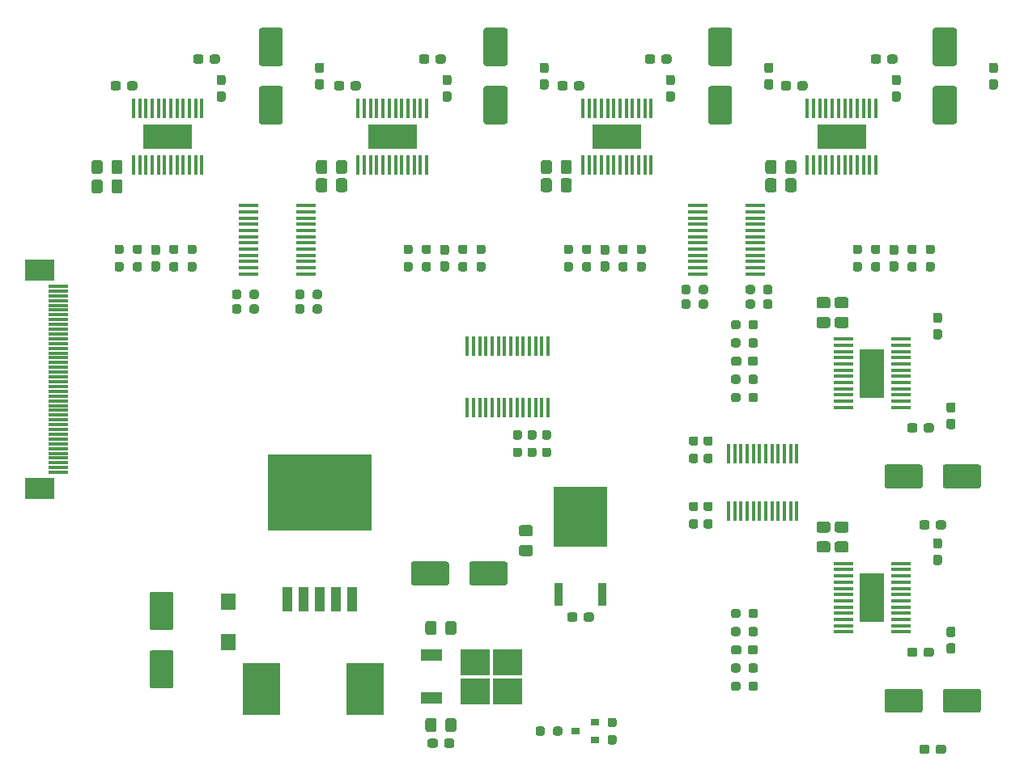
<source format=gtp>
%TF.GenerationSoftware,KiCad,Pcbnew,(5.1.9)-1*%
%TF.CreationDate,2021-04-25T15:51:04-04:00*%
%TF.ProjectId,motor_driver_prj,6d6f746f-725f-4647-9269-7665725f7072,rev?*%
%TF.SameCoordinates,Original*%
%TF.FileFunction,Paste,Top*%
%TF.FilePolarity,Positive*%
%FSLAX46Y46*%
G04 Gerber Fmt 4.6, Leading zero omitted, Abs format (unit mm)*
G04 Created by KiCad (PCBNEW (5.1.9)-1) date 2021-04-25 15:51:04*
%MOMM*%
%LPD*%
G01*
G04 APERTURE LIST*
%ADD10R,5.562600X6.299200*%
%ADD11R,0.939800X2.489200*%
%ADD12R,1.625600X1.727200*%
%ADD13R,1.070000X2.600000*%
%ADD14R,10.800000X8.000000*%
%ADD15R,0.450000X2.000000*%
%ADD16R,5.160000X2.600000*%
%ADD17R,2.000000X0.300000*%
%ADD18R,3.120000X2.240000*%
%ADD19R,4.000000X5.400000*%
%ADD20R,0.900000X0.800000*%
%ADD21R,2.200000X1.200000*%
%ADD22R,3.050000X2.750000*%
%ADD23R,2.000000X0.450000*%
%ADD24R,2.600000X5.160000*%
G04 APERTURE END LIST*
D10*
%TO.C,CR1*%
X158750000Y-117221000D03*
D11*
X161036000Y-125374400D03*
X156464000Y-125374400D03*
%TD*%
%TO.C,C6*%
G36*
G01*
X152560000Y-120211000D02*
X153510000Y-120211000D01*
G75*
G02*
X153760000Y-120461000I0J-250000D01*
G01*
X153760000Y-121136000D01*
G75*
G02*
X153510000Y-121386000I-250000J0D01*
G01*
X152560000Y-121386000D01*
G75*
G02*
X152310000Y-121136000I0J250000D01*
G01*
X152310000Y-120461000D01*
G75*
G02*
X152560000Y-120211000I250000J0D01*
G01*
G37*
G36*
G01*
X152560000Y-118136000D02*
X153510000Y-118136000D01*
G75*
G02*
X153760000Y-118386000I0J-250000D01*
G01*
X153760000Y-119061000D01*
G75*
G02*
X153510000Y-119311000I-250000J0D01*
G01*
X152560000Y-119311000D01*
G75*
G02*
X152310000Y-119061000I0J250000D01*
G01*
X152310000Y-118386000D01*
G75*
G02*
X152560000Y-118136000I250000J0D01*
G01*
G37*
%TD*%
%TO.C,C2*%
G36*
G01*
X158425000Y-127524500D02*
X158425000Y-127999500D01*
G75*
G02*
X158187500Y-128237000I-237500J0D01*
G01*
X157587500Y-128237000D01*
G75*
G02*
X157350000Y-127999500I0J237500D01*
G01*
X157350000Y-127524500D01*
G75*
G02*
X157587500Y-127287000I237500J0D01*
G01*
X158187500Y-127287000D01*
G75*
G02*
X158425000Y-127524500I0J-237500D01*
G01*
G37*
G36*
G01*
X160150000Y-127524500D02*
X160150000Y-127999500D01*
G75*
G02*
X159912500Y-128237000I-237500J0D01*
G01*
X159312500Y-128237000D01*
G75*
G02*
X159075000Y-127999500I0J237500D01*
G01*
X159075000Y-127524500D01*
G75*
G02*
X159312500Y-127287000I237500J0D01*
G01*
X159912500Y-127287000D01*
G75*
G02*
X160150000Y-127524500I0J-237500D01*
G01*
G37*
%TD*%
D12*
%TO.C,D2*%
X121920000Y-126136400D03*
X121920000Y-130403600D03*
%TD*%
D13*
%TO.C,U3*%
X134845000Y-125930000D03*
X133145000Y-125930000D03*
X131445000Y-125930000D03*
X129745000Y-125930000D03*
X128045000Y-125930000D03*
D14*
X131445000Y-114760000D03*
%TD*%
D15*
%TO.C,U10*%
X142640000Y-74470000D03*
X141990000Y-74470000D03*
X141340000Y-74470000D03*
X140690000Y-74470000D03*
X140040000Y-74470000D03*
X139390000Y-74470000D03*
X138740000Y-74470000D03*
X138090000Y-74470000D03*
X137440000Y-74470000D03*
X136790000Y-74470000D03*
X136140000Y-74470000D03*
X135490000Y-74470000D03*
X135490000Y-80470000D03*
X136140000Y-80470000D03*
X136790000Y-80470000D03*
X137440000Y-80470000D03*
X138090000Y-80470000D03*
X138740000Y-80470000D03*
X139390000Y-80470000D03*
X140040000Y-80470000D03*
X140690000Y-80470000D03*
X141340000Y-80470000D03*
X141990000Y-80470000D03*
X142640000Y-80470000D03*
D16*
X139065000Y-77470000D03*
%TD*%
D15*
%TO.C,U9*%
X166135000Y-74470000D03*
X165485000Y-74470000D03*
X164835000Y-74470000D03*
X164185000Y-74470000D03*
X163535000Y-74470000D03*
X162885000Y-74470000D03*
X162235000Y-74470000D03*
X161585000Y-74470000D03*
X160935000Y-74470000D03*
X160285000Y-74470000D03*
X159635000Y-74470000D03*
X158985000Y-74470000D03*
X158985000Y-80470000D03*
X159635000Y-80470000D03*
X160285000Y-80470000D03*
X160935000Y-80470000D03*
X161585000Y-80470000D03*
X162235000Y-80470000D03*
X162885000Y-80470000D03*
X163535000Y-80470000D03*
X164185000Y-80470000D03*
X164835000Y-80470000D03*
X165485000Y-80470000D03*
X166135000Y-80470000D03*
D16*
X162560000Y-77470000D03*
%TD*%
D15*
%TO.C,U8*%
X189630000Y-74470000D03*
X188980000Y-74470000D03*
X188330000Y-74470000D03*
X187680000Y-74470000D03*
X187030000Y-74470000D03*
X186380000Y-74470000D03*
X185730000Y-74470000D03*
X185080000Y-74470000D03*
X184430000Y-74470000D03*
X183780000Y-74470000D03*
X183130000Y-74470000D03*
X182480000Y-74470000D03*
X182480000Y-80470000D03*
X183130000Y-80470000D03*
X183780000Y-80470000D03*
X184430000Y-80470000D03*
X185080000Y-80470000D03*
X185730000Y-80470000D03*
X186380000Y-80470000D03*
X187030000Y-80470000D03*
X187680000Y-80470000D03*
X188330000Y-80470000D03*
X188980000Y-80470000D03*
X189630000Y-80470000D03*
D16*
X186055000Y-77470000D03*
%TD*%
D15*
%TO.C,U4*%
X155355000Y-99416000D03*
X154705000Y-99416000D03*
X154055000Y-99416000D03*
X153405000Y-99416000D03*
X152755000Y-99416000D03*
X152105000Y-99416000D03*
X151455000Y-99416000D03*
X150805000Y-99416000D03*
X150155000Y-99416000D03*
X149505000Y-99416000D03*
X148855000Y-99416000D03*
X148205000Y-99416000D03*
X147555000Y-99416000D03*
X146905000Y-99416000D03*
X146905000Y-105816000D03*
X147555000Y-105816000D03*
X148205000Y-105816000D03*
X148855000Y-105816000D03*
X149505000Y-105816000D03*
X150155000Y-105816000D03*
X150805000Y-105816000D03*
X151455000Y-105816000D03*
X152105000Y-105816000D03*
X152755000Y-105816000D03*
X153405000Y-105816000D03*
X154055000Y-105816000D03*
X154705000Y-105816000D03*
X155355000Y-105816000D03*
%TD*%
%TO.C,R24*%
G36*
G01*
X159622500Y-89745000D02*
X159147500Y-89745000D01*
G75*
G02*
X158910000Y-89507500I0J237500D01*
G01*
X158910000Y-89007500D01*
G75*
G02*
X159147500Y-88770000I237500J0D01*
G01*
X159622500Y-88770000D01*
G75*
G02*
X159860000Y-89007500I0J-237500D01*
G01*
X159860000Y-89507500D01*
G75*
G02*
X159622500Y-89745000I-237500J0D01*
G01*
G37*
G36*
G01*
X159622500Y-91570000D02*
X159147500Y-91570000D01*
G75*
G02*
X158910000Y-91332500I0J237500D01*
G01*
X158910000Y-90832500D01*
G75*
G02*
X159147500Y-90595000I237500J0D01*
G01*
X159622500Y-90595000D01*
G75*
G02*
X159860000Y-90832500I0J-237500D01*
G01*
X159860000Y-91332500D01*
G75*
G02*
X159622500Y-91570000I-237500J0D01*
G01*
G37*
%TD*%
%TO.C,R23*%
G36*
G01*
X163432500Y-89745000D02*
X162957500Y-89745000D01*
G75*
G02*
X162720000Y-89507500I0J237500D01*
G01*
X162720000Y-89007500D01*
G75*
G02*
X162957500Y-88770000I237500J0D01*
G01*
X163432500Y-88770000D01*
G75*
G02*
X163670000Y-89007500I0J-237500D01*
G01*
X163670000Y-89507500D01*
G75*
G02*
X163432500Y-89745000I-237500J0D01*
G01*
G37*
G36*
G01*
X163432500Y-91570000D02*
X162957500Y-91570000D01*
G75*
G02*
X162720000Y-91332500I0J237500D01*
G01*
X162720000Y-90832500D01*
G75*
G02*
X162957500Y-90595000I237500J0D01*
G01*
X163432500Y-90595000D01*
G75*
G02*
X163670000Y-90832500I0J-237500D01*
G01*
X163670000Y-91332500D01*
G75*
G02*
X163432500Y-91570000I-237500J0D01*
G01*
G37*
%TD*%
%TO.C,R22*%
G36*
G01*
X164862500Y-90595000D02*
X165337500Y-90595000D01*
G75*
G02*
X165575000Y-90832500I0J-237500D01*
G01*
X165575000Y-91332500D01*
G75*
G02*
X165337500Y-91570000I-237500J0D01*
G01*
X164862500Y-91570000D01*
G75*
G02*
X164625000Y-91332500I0J237500D01*
G01*
X164625000Y-90832500D01*
G75*
G02*
X164862500Y-90595000I237500J0D01*
G01*
G37*
G36*
G01*
X164862500Y-88770000D02*
X165337500Y-88770000D01*
G75*
G02*
X165575000Y-89007500I0J-237500D01*
G01*
X165575000Y-89507500D01*
G75*
G02*
X165337500Y-89745000I-237500J0D01*
G01*
X164862500Y-89745000D01*
G75*
G02*
X164625000Y-89507500I0J237500D01*
G01*
X164625000Y-89007500D01*
G75*
G02*
X164862500Y-88770000I237500J0D01*
G01*
G37*
%TD*%
%TO.C,R21*%
G36*
G01*
X187468500Y-90595000D02*
X187943500Y-90595000D01*
G75*
G02*
X188181000Y-90832500I0J-237500D01*
G01*
X188181000Y-91332500D01*
G75*
G02*
X187943500Y-91570000I-237500J0D01*
G01*
X187468500Y-91570000D01*
G75*
G02*
X187231000Y-91332500I0J237500D01*
G01*
X187231000Y-90832500D01*
G75*
G02*
X187468500Y-90595000I237500J0D01*
G01*
G37*
G36*
G01*
X187468500Y-88770000D02*
X187943500Y-88770000D01*
G75*
G02*
X188181000Y-89007500I0J-237500D01*
G01*
X188181000Y-89507500D01*
G75*
G02*
X187943500Y-89745000I-237500J0D01*
G01*
X187468500Y-89745000D01*
G75*
G02*
X187231000Y-89507500I0J237500D01*
G01*
X187231000Y-89007500D01*
G75*
G02*
X187468500Y-88770000I237500J0D01*
G01*
G37*
%TD*%
%TO.C,R20*%
G36*
G01*
X189848500Y-89745000D02*
X189373500Y-89745000D01*
G75*
G02*
X189136000Y-89507500I0J237500D01*
G01*
X189136000Y-89007500D01*
G75*
G02*
X189373500Y-88770000I237500J0D01*
G01*
X189848500Y-88770000D01*
G75*
G02*
X190086000Y-89007500I0J-237500D01*
G01*
X190086000Y-89507500D01*
G75*
G02*
X189848500Y-89745000I-237500J0D01*
G01*
G37*
G36*
G01*
X189848500Y-91570000D02*
X189373500Y-91570000D01*
G75*
G02*
X189136000Y-91332500I0J237500D01*
G01*
X189136000Y-90832500D01*
G75*
G02*
X189373500Y-90595000I237500J0D01*
G01*
X189848500Y-90595000D01*
G75*
G02*
X190086000Y-90832500I0J-237500D01*
G01*
X190086000Y-91332500D01*
G75*
G02*
X189848500Y-91570000I-237500J0D01*
G01*
G37*
%TD*%
%TO.C,R19*%
G36*
G01*
X193658500Y-89745000D02*
X193183500Y-89745000D01*
G75*
G02*
X192946000Y-89507500I0J237500D01*
G01*
X192946000Y-89007500D01*
G75*
G02*
X193183500Y-88770000I237500J0D01*
G01*
X193658500Y-88770000D01*
G75*
G02*
X193896000Y-89007500I0J-237500D01*
G01*
X193896000Y-89507500D01*
G75*
G02*
X193658500Y-89745000I-237500J0D01*
G01*
G37*
G36*
G01*
X193658500Y-91570000D02*
X193183500Y-91570000D01*
G75*
G02*
X192946000Y-91332500I0J237500D01*
G01*
X192946000Y-90832500D01*
G75*
G02*
X193183500Y-90595000I237500J0D01*
G01*
X193658500Y-90595000D01*
G75*
G02*
X193896000Y-90832500I0J-237500D01*
G01*
X193896000Y-91332500D01*
G75*
G02*
X193658500Y-91570000I-237500J0D01*
G01*
G37*
%TD*%
%TO.C,R18*%
G36*
G01*
X195088500Y-90595000D02*
X195563500Y-90595000D01*
G75*
G02*
X195801000Y-90832500I0J-237500D01*
G01*
X195801000Y-91332500D01*
G75*
G02*
X195563500Y-91570000I-237500J0D01*
G01*
X195088500Y-91570000D01*
G75*
G02*
X194851000Y-91332500I0J237500D01*
G01*
X194851000Y-90832500D01*
G75*
G02*
X195088500Y-90595000I237500J0D01*
G01*
G37*
G36*
G01*
X195088500Y-88770000D02*
X195563500Y-88770000D01*
G75*
G02*
X195801000Y-89007500I0J-237500D01*
G01*
X195801000Y-89507500D01*
G75*
G02*
X195563500Y-89745000I-237500J0D01*
G01*
X195088500Y-89745000D01*
G75*
G02*
X194851000Y-89507500I0J237500D01*
G01*
X194851000Y-89007500D01*
G75*
G02*
X195088500Y-88770000I237500J0D01*
G01*
G37*
%TD*%
%TO.C,R17*%
G36*
G01*
X170323500Y-110661000D02*
X170798500Y-110661000D01*
G75*
G02*
X171036000Y-110898500I0J-237500D01*
G01*
X171036000Y-111398500D01*
G75*
G02*
X170798500Y-111636000I-237500J0D01*
G01*
X170323500Y-111636000D01*
G75*
G02*
X170086000Y-111398500I0J237500D01*
G01*
X170086000Y-110898500D01*
G75*
G02*
X170323500Y-110661000I237500J0D01*
G01*
G37*
G36*
G01*
X170323500Y-108836000D02*
X170798500Y-108836000D01*
G75*
G02*
X171036000Y-109073500I0J-237500D01*
G01*
X171036000Y-109573500D01*
G75*
G02*
X170798500Y-109811000I-237500J0D01*
G01*
X170323500Y-109811000D01*
G75*
G02*
X170086000Y-109573500I0J237500D01*
G01*
X170086000Y-109073500D01*
G75*
G02*
X170323500Y-108836000I237500J0D01*
G01*
G37*
%TD*%
%TO.C,R16*%
G36*
G01*
X171847500Y-110661000D02*
X172322500Y-110661000D01*
G75*
G02*
X172560000Y-110898500I0J-237500D01*
G01*
X172560000Y-111398500D01*
G75*
G02*
X172322500Y-111636000I-237500J0D01*
G01*
X171847500Y-111636000D01*
G75*
G02*
X171610000Y-111398500I0J237500D01*
G01*
X171610000Y-110898500D01*
G75*
G02*
X171847500Y-110661000I237500J0D01*
G01*
G37*
G36*
G01*
X171847500Y-108836000D02*
X172322500Y-108836000D01*
G75*
G02*
X172560000Y-109073500I0J-237500D01*
G01*
X172560000Y-109573500D01*
G75*
G02*
X172322500Y-109811000I-237500J0D01*
G01*
X171847500Y-109811000D01*
G75*
G02*
X171610000Y-109573500I0J237500D01*
G01*
X171610000Y-109073500D01*
G75*
G02*
X171847500Y-108836000I237500J0D01*
G01*
G37*
%TD*%
%TO.C,R15*%
G36*
G01*
X172322500Y-116669000D02*
X171847500Y-116669000D01*
G75*
G02*
X171610000Y-116431500I0J237500D01*
G01*
X171610000Y-115931500D01*
G75*
G02*
X171847500Y-115694000I237500J0D01*
G01*
X172322500Y-115694000D01*
G75*
G02*
X172560000Y-115931500I0J-237500D01*
G01*
X172560000Y-116431500D01*
G75*
G02*
X172322500Y-116669000I-237500J0D01*
G01*
G37*
G36*
G01*
X172322500Y-118494000D02*
X171847500Y-118494000D01*
G75*
G02*
X171610000Y-118256500I0J237500D01*
G01*
X171610000Y-117756500D01*
G75*
G02*
X171847500Y-117519000I237500J0D01*
G01*
X172322500Y-117519000D01*
G75*
G02*
X172560000Y-117756500I0J-237500D01*
G01*
X172560000Y-118256500D01*
G75*
G02*
X172322500Y-118494000I-237500J0D01*
G01*
G37*
%TD*%
%TO.C,R14*%
G36*
G01*
X170798500Y-116669000D02*
X170323500Y-116669000D01*
G75*
G02*
X170086000Y-116431500I0J237500D01*
G01*
X170086000Y-115931500D01*
G75*
G02*
X170323500Y-115694000I237500J0D01*
G01*
X170798500Y-115694000D01*
G75*
G02*
X171036000Y-115931500I0J-237500D01*
G01*
X171036000Y-116431500D01*
G75*
G02*
X170798500Y-116669000I-237500J0D01*
G01*
G37*
G36*
G01*
X170798500Y-118494000D02*
X170323500Y-118494000D01*
G75*
G02*
X170086000Y-118256500I0J237500D01*
G01*
X170086000Y-117756500D01*
G75*
G02*
X170323500Y-117519000I237500J0D01*
G01*
X170798500Y-117519000D01*
G75*
G02*
X171036000Y-117756500I0J-237500D01*
G01*
X171036000Y-118256500D01*
G75*
G02*
X170798500Y-118494000I-237500J0D01*
G01*
G37*
%TD*%
%TO.C,R13*%
G36*
G01*
X171113000Y-95233500D02*
X171113000Y-94758500D01*
G75*
G02*
X171350500Y-94521000I237500J0D01*
G01*
X171850500Y-94521000D01*
G75*
G02*
X172088000Y-94758500I0J-237500D01*
G01*
X172088000Y-95233500D01*
G75*
G02*
X171850500Y-95471000I-237500J0D01*
G01*
X171350500Y-95471000D01*
G75*
G02*
X171113000Y-95233500I0J237500D01*
G01*
G37*
G36*
G01*
X169288000Y-95233500D02*
X169288000Y-94758500D01*
G75*
G02*
X169525500Y-94521000I237500J0D01*
G01*
X170025500Y-94521000D01*
G75*
G02*
X170263000Y-94758500I0J-237500D01*
G01*
X170263000Y-95233500D01*
G75*
G02*
X170025500Y-95471000I-237500J0D01*
G01*
X169525500Y-95471000D01*
G75*
G02*
X169288000Y-95233500I0J237500D01*
G01*
G37*
%TD*%
%TO.C,R12*%
G36*
G01*
X124123000Y-95741500D02*
X124123000Y-95266500D01*
G75*
G02*
X124360500Y-95029000I237500J0D01*
G01*
X124860500Y-95029000D01*
G75*
G02*
X125098000Y-95266500I0J-237500D01*
G01*
X125098000Y-95741500D01*
G75*
G02*
X124860500Y-95979000I-237500J0D01*
G01*
X124360500Y-95979000D01*
G75*
G02*
X124123000Y-95741500I0J237500D01*
G01*
G37*
G36*
G01*
X122298000Y-95741500D02*
X122298000Y-95266500D01*
G75*
G02*
X122535500Y-95029000I237500J0D01*
G01*
X123035500Y-95029000D01*
G75*
G02*
X123273000Y-95266500I0J-237500D01*
G01*
X123273000Y-95741500D01*
G75*
G02*
X123035500Y-95979000I-237500J0D01*
G01*
X122535500Y-95979000D01*
G75*
G02*
X122298000Y-95741500I0J237500D01*
G01*
G37*
%TD*%
%TO.C,R11*%
G36*
G01*
X171113000Y-93709500D02*
X171113000Y-93234500D01*
G75*
G02*
X171350500Y-92997000I237500J0D01*
G01*
X171850500Y-92997000D01*
G75*
G02*
X172088000Y-93234500I0J-237500D01*
G01*
X172088000Y-93709500D01*
G75*
G02*
X171850500Y-93947000I-237500J0D01*
G01*
X171350500Y-93947000D01*
G75*
G02*
X171113000Y-93709500I0J237500D01*
G01*
G37*
G36*
G01*
X169288000Y-93709500D02*
X169288000Y-93234500D01*
G75*
G02*
X169525500Y-92997000I237500J0D01*
G01*
X170025500Y-92997000D01*
G75*
G02*
X170263000Y-93234500I0J-237500D01*
G01*
X170263000Y-93709500D01*
G75*
G02*
X170025500Y-93947000I-237500J0D01*
G01*
X169525500Y-93947000D01*
G75*
G02*
X169288000Y-93709500I0J237500D01*
G01*
G37*
%TD*%
%TO.C,R10*%
G36*
G01*
X124123000Y-94217500D02*
X124123000Y-93742500D01*
G75*
G02*
X124360500Y-93505000I237500J0D01*
G01*
X124860500Y-93505000D01*
G75*
G02*
X125098000Y-93742500I0J-237500D01*
G01*
X125098000Y-94217500D01*
G75*
G02*
X124860500Y-94455000I-237500J0D01*
G01*
X124360500Y-94455000D01*
G75*
G02*
X124123000Y-94217500I0J237500D01*
G01*
G37*
G36*
G01*
X122298000Y-94217500D02*
X122298000Y-93742500D01*
G75*
G02*
X122535500Y-93505000I237500J0D01*
G01*
X123035500Y-93505000D01*
G75*
G02*
X123273000Y-93742500I0J-237500D01*
G01*
X123273000Y-94217500D01*
G75*
G02*
X123035500Y-94455000I-237500J0D01*
G01*
X122535500Y-94455000D01*
G75*
G02*
X122298000Y-94217500I0J237500D01*
G01*
G37*
%TD*%
%TO.C,R9*%
G36*
G01*
X176994000Y-93234500D02*
X176994000Y-93709500D01*
G75*
G02*
X176756500Y-93947000I-237500J0D01*
G01*
X176256500Y-93947000D01*
G75*
G02*
X176019000Y-93709500I0J237500D01*
G01*
X176019000Y-93234500D01*
G75*
G02*
X176256500Y-92997000I237500J0D01*
G01*
X176756500Y-92997000D01*
G75*
G02*
X176994000Y-93234500I0J-237500D01*
G01*
G37*
G36*
G01*
X178819000Y-93234500D02*
X178819000Y-93709500D01*
G75*
G02*
X178581500Y-93947000I-237500J0D01*
G01*
X178081500Y-93947000D01*
G75*
G02*
X177844000Y-93709500I0J237500D01*
G01*
X177844000Y-93234500D01*
G75*
G02*
X178081500Y-92997000I237500J0D01*
G01*
X178581500Y-92997000D01*
G75*
G02*
X178819000Y-93234500I0J-237500D01*
G01*
G37*
%TD*%
%TO.C,R8*%
G36*
G01*
X129877000Y-93742500D02*
X129877000Y-94217500D01*
G75*
G02*
X129639500Y-94455000I-237500J0D01*
G01*
X129139500Y-94455000D01*
G75*
G02*
X128902000Y-94217500I0J237500D01*
G01*
X128902000Y-93742500D01*
G75*
G02*
X129139500Y-93505000I237500J0D01*
G01*
X129639500Y-93505000D01*
G75*
G02*
X129877000Y-93742500I0J-237500D01*
G01*
G37*
G36*
G01*
X131702000Y-93742500D02*
X131702000Y-94217500D01*
G75*
G02*
X131464500Y-94455000I-237500J0D01*
G01*
X130964500Y-94455000D01*
G75*
G02*
X130727000Y-94217500I0J237500D01*
G01*
X130727000Y-93742500D01*
G75*
G02*
X130964500Y-93505000I237500J0D01*
G01*
X131464500Y-93505000D01*
G75*
G02*
X131702000Y-93742500I0J-237500D01*
G01*
G37*
%TD*%
%TO.C,R7*%
G36*
G01*
X176994000Y-94758500D02*
X176994000Y-95233500D01*
G75*
G02*
X176756500Y-95471000I-237500J0D01*
G01*
X176256500Y-95471000D01*
G75*
G02*
X176019000Y-95233500I0J237500D01*
G01*
X176019000Y-94758500D01*
G75*
G02*
X176256500Y-94521000I237500J0D01*
G01*
X176756500Y-94521000D01*
G75*
G02*
X176994000Y-94758500I0J-237500D01*
G01*
G37*
G36*
G01*
X178819000Y-94758500D02*
X178819000Y-95233500D01*
G75*
G02*
X178581500Y-95471000I-237500J0D01*
G01*
X178081500Y-95471000D01*
G75*
G02*
X177844000Y-95233500I0J237500D01*
G01*
X177844000Y-94758500D01*
G75*
G02*
X178081500Y-94521000I237500J0D01*
G01*
X178581500Y-94521000D01*
G75*
G02*
X178819000Y-94758500I0J-237500D01*
G01*
G37*
%TD*%
%TO.C,R6*%
G36*
G01*
X129877000Y-95266500D02*
X129877000Y-95741500D01*
G75*
G02*
X129639500Y-95979000I-237500J0D01*
G01*
X129139500Y-95979000D01*
G75*
G02*
X128902000Y-95741500I0J237500D01*
G01*
X128902000Y-95266500D01*
G75*
G02*
X129139500Y-95029000I237500J0D01*
G01*
X129639500Y-95029000D01*
G75*
G02*
X129877000Y-95266500I0J-237500D01*
G01*
G37*
G36*
G01*
X131702000Y-95266500D02*
X131702000Y-95741500D01*
G75*
G02*
X131464500Y-95979000I-237500J0D01*
G01*
X130964500Y-95979000D01*
G75*
G02*
X130727000Y-95741500I0J237500D01*
G01*
X130727000Y-95266500D01*
G75*
G02*
X130964500Y-95029000I237500J0D01*
G01*
X131464500Y-95029000D01*
G75*
G02*
X131702000Y-95266500I0J-237500D01*
G01*
G37*
%TD*%
%TO.C,R5*%
G36*
G01*
X155873000Y-139937500D02*
X155873000Y-139462500D01*
G75*
G02*
X156110500Y-139225000I237500J0D01*
G01*
X156610500Y-139225000D01*
G75*
G02*
X156848000Y-139462500I0J-237500D01*
G01*
X156848000Y-139937500D01*
G75*
G02*
X156610500Y-140175000I-237500J0D01*
G01*
X156110500Y-140175000D01*
G75*
G02*
X155873000Y-139937500I0J237500D01*
G01*
G37*
G36*
G01*
X154048000Y-139937500D02*
X154048000Y-139462500D01*
G75*
G02*
X154285500Y-139225000I237500J0D01*
G01*
X154785500Y-139225000D01*
G75*
G02*
X155023000Y-139462500I0J-237500D01*
G01*
X155023000Y-139937500D01*
G75*
G02*
X154785500Y-140175000I-237500J0D01*
G01*
X154285500Y-140175000D01*
G75*
G02*
X154048000Y-139937500I0J237500D01*
G01*
G37*
%TD*%
%TO.C,R4*%
G36*
G01*
X161814500Y-140125000D02*
X162289500Y-140125000D01*
G75*
G02*
X162527000Y-140362500I0J-237500D01*
G01*
X162527000Y-140862500D01*
G75*
G02*
X162289500Y-141100000I-237500J0D01*
G01*
X161814500Y-141100000D01*
G75*
G02*
X161577000Y-140862500I0J237500D01*
G01*
X161577000Y-140362500D01*
G75*
G02*
X161814500Y-140125000I237500J0D01*
G01*
G37*
G36*
G01*
X161814500Y-138300000D02*
X162289500Y-138300000D01*
G75*
G02*
X162527000Y-138537500I0J-237500D01*
G01*
X162527000Y-139037500D01*
G75*
G02*
X162289500Y-139275000I-237500J0D01*
G01*
X161814500Y-139275000D01*
G75*
G02*
X161577000Y-139037500I0J237500D01*
G01*
X161577000Y-138537500D01*
G75*
G02*
X161814500Y-138300000I237500J0D01*
G01*
G37*
%TD*%
%TO.C,R3*%
G36*
G01*
X152383500Y-109176000D02*
X151908500Y-109176000D01*
G75*
G02*
X151671000Y-108938500I0J237500D01*
G01*
X151671000Y-108438500D01*
G75*
G02*
X151908500Y-108201000I237500J0D01*
G01*
X152383500Y-108201000D01*
G75*
G02*
X152621000Y-108438500I0J-237500D01*
G01*
X152621000Y-108938500D01*
G75*
G02*
X152383500Y-109176000I-237500J0D01*
G01*
G37*
G36*
G01*
X152383500Y-111001000D02*
X151908500Y-111001000D01*
G75*
G02*
X151671000Y-110763500I0J237500D01*
G01*
X151671000Y-110263500D01*
G75*
G02*
X151908500Y-110026000I237500J0D01*
G01*
X152383500Y-110026000D01*
G75*
G02*
X152621000Y-110263500I0J-237500D01*
G01*
X152621000Y-110763500D01*
G75*
G02*
X152383500Y-111001000I-237500J0D01*
G01*
G37*
%TD*%
%TO.C,R2*%
G36*
G01*
X155431500Y-109176000D02*
X154956500Y-109176000D01*
G75*
G02*
X154719000Y-108938500I0J237500D01*
G01*
X154719000Y-108438500D01*
G75*
G02*
X154956500Y-108201000I237500J0D01*
G01*
X155431500Y-108201000D01*
G75*
G02*
X155669000Y-108438500I0J-237500D01*
G01*
X155669000Y-108938500D01*
G75*
G02*
X155431500Y-109176000I-237500J0D01*
G01*
G37*
G36*
G01*
X155431500Y-111001000D02*
X154956500Y-111001000D01*
G75*
G02*
X154719000Y-110763500I0J237500D01*
G01*
X154719000Y-110263500D01*
G75*
G02*
X154956500Y-110026000I237500J0D01*
G01*
X155431500Y-110026000D01*
G75*
G02*
X155669000Y-110263500I0J-237500D01*
G01*
X155669000Y-110763500D01*
G75*
G02*
X155431500Y-111001000I-237500J0D01*
G01*
G37*
%TD*%
%TO.C,R1*%
G36*
G01*
X153907500Y-109176000D02*
X153432500Y-109176000D01*
G75*
G02*
X153195000Y-108938500I0J237500D01*
G01*
X153195000Y-108438500D01*
G75*
G02*
X153432500Y-108201000I237500J0D01*
G01*
X153907500Y-108201000D01*
G75*
G02*
X154145000Y-108438500I0J-237500D01*
G01*
X154145000Y-108938500D01*
G75*
G02*
X153907500Y-109176000I-237500J0D01*
G01*
G37*
G36*
G01*
X153907500Y-111001000D02*
X153432500Y-111001000D01*
G75*
G02*
X153195000Y-110763500I0J237500D01*
G01*
X153195000Y-110263500D01*
G75*
G02*
X153432500Y-110026000I237500J0D01*
G01*
X153907500Y-110026000D01*
G75*
G02*
X154145000Y-110263500I0J-237500D01*
G01*
X154145000Y-110763500D01*
G75*
G02*
X153907500Y-111001000I-237500J0D01*
G01*
G37*
%TD*%
%TO.C,C48*%
G36*
G01*
X176220000Y-131428500D02*
X176220000Y-130953500D01*
G75*
G02*
X176457500Y-130716000I237500J0D01*
G01*
X177057500Y-130716000D01*
G75*
G02*
X177295000Y-130953500I0J-237500D01*
G01*
X177295000Y-131428500D01*
G75*
G02*
X177057500Y-131666000I-237500J0D01*
G01*
X176457500Y-131666000D01*
G75*
G02*
X176220000Y-131428500I0J237500D01*
G01*
G37*
G36*
G01*
X174495000Y-131428500D02*
X174495000Y-130953500D01*
G75*
G02*
X174732500Y-130716000I237500J0D01*
G01*
X175332500Y-130716000D01*
G75*
G02*
X175570000Y-130953500I0J-237500D01*
G01*
X175570000Y-131428500D01*
G75*
G02*
X175332500Y-131666000I-237500J0D01*
G01*
X174732500Y-131666000D01*
G75*
G02*
X174495000Y-131428500I0J237500D01*
G01*
G37*
%TD*%
%TO.C,C45*%
G36*
G01*
X197722500Y-106355000D02*
X197247500Y-106355000D01*
G75*
G02*
X197010000Y-106117500I0J237500D01*
G01*
X197010000Y-105517500D01*
G75*
G02*
X197247500Y-105280000I237500J0D01*
G01*
X197722500Y-105280000D01*
G75*
G02*
X197960000Y-105517500I0J-237500D01*
G01*
X197960000Y-106117500D01*
G75*
G02*
X197722500Y-106355000I-237500J0D01*
G01*
G37*
G36*
G01*
X197722500Y-108080000D02*
X197247500Y-108080000D01*
G75*
G02*
X197010000Y-107842500I0J237500D01*
G01*
X197010000Y-107242500D01*
G75*
G02*
X197247500Y-107005000I237500J0D01*
G01*
X197722500Y-107005000D01*
G75*
G02*
X197960000Y-107242500I0J-237500D01*
G01*
X197960000Y-107842500D01*
G75*
G02*
X197722500Y-108080000I-237500J0D01*
G01*
G37*
%TD*%
%TO.C,C44*%
G36*
G01*
X195255000Y-117872500D02*
X195255000Y-118347500D01*
G75*
G02*
X195017500Y-118585000I-237500J0D01*
G01*
X194417500Y-118585000D01*
G75*
G02*
X194180000Y-118347500I0J237500D01*
G01*
X194180000Y-117872500D01*
G75*
G02*
X194417500Y-117635000I237500J0D01*
G01*
X195017500Y-117635000D01*
G75*
G02*
X195255000Y-117872500I0J-237500D01*
G01*
G37*
G36*
G01*
X196980000Y-117872500D02*
X196980000Y-118347500D01*
G75*
G02*
X196742500Y-118585000I-237500J0D01*
G01*
X196142500Y-118585000D01*
G75*
G02*
X195905000Y-118347500I0J237500D01*
G01*
X195905000Y-117872500D01*
G75*
G02*
X196142500Y-117635000I237500J0D01*
G01*
X196742500Y-117635000D01*
G75*
G02*
X196980000Y-117872500I0J-237500D01*
G01*
G37*
%TD*%
%TO.C,C42*%
G36*
G01*
X186530000Y-95435000D02*
X185580000Y-95435000D01*
G75*
G02*
X185330000Y-95185000I0J250000D01*
G01*
X185330000Y-94510000D01*
G75*
G02*
X185580000Y-94260000I250000J0D01*
G01*
X186530000Y-94260000D01*
G75*
G02*
X186780000Y-94510000I0J-250000D01*
G01*
X186780000Y-95185000D01*
G75*
G02*
X186530000Y-95435000I-250000J0D01*
G01*
G37*
G36*
G01*
X186530000Y-97510000D02*
X185580000Y-97510000D01*
G75*
G02*
X185330000Y-97260000I0J250000D01*
G01*
X185330000Y-96585000D01*
G75*
G02*
X185580000Y-96335000I250000J0D01*
G01*
X186530000Y-96335000D01*
G75*
G02*
X186780000Y-96585000I0J-250000D01*
G01*
X186780000Y-97260000D01*
G75*
G02*
X186530000Y-97510000I-250000J0D01*
G01*
G37*
%TD*%
%TO.C,C40*%
G36*
G01*
X176220000Y-101202500D02*
X176220000Y-100727500D01*
G75*
G02*
X176457500Y-100490000I237500J0D01*
G01*
X177057500Y-100490000D01*
G75*
G02*
X177295000Y-100727500I0J-237500D01*
G01*
X177295000Y-101202500D01*
G75*
G02*
X177057500Y-101440000I-237500J0D01*
G01*
X176457500Y-101440000D01*
G75*
G02*
X176220000Y-101202500I0J237500D01*
G01*
G37*
G36*
G01*
X174495000Y-101202500D02*
X174495000Y-100727500D01*
G75*
G02*
X174732500Y-100490000I237500J0D01*
G01*
X175332500Y-100490000D01*
G75*
G02*
X175570000Y-100727500I0J-237500D01*
G01*
X175570000Y-101202500D01*
G75*
G02*
X175332500Y-101440000I-237500J0D01*
G01*
X174732500Y-101440000D01*
G75*
G02*
X174495000Y-101202500I0J237500D01*
G01*
G37*
%TD*%
%TO.C,C37*%
G36*
G01*
X119309000Y-69104500D02*
X119309000Y-69579500D01*
G75*
G02*
X119071500Y-69817000I-237500J0D01*
G01*
X118471500Y-69817000D01*
G75*
G02*
X118234000Y-69579500I0J237500D01*
G01*
X118234000Y-69104500D01*
G75*
G02*
X118471500Y-68867000I237500J0D01*
G01*
X119071500Y-68867000D01*
G75*
G02*
X119309000Y-69104500I0J-237500D01*
G01*
G37*
G36*
G01*
X121034000Y-69104500D02*
X121034000Y-69579500D01*
G75*
G02*
X120796500Y-69817000I-237500J0D01*
G01*
X120196500Y-69817000D01*
G75*
G02*
X119959000Y-69579500I0J237500D01*
G01*
X119959000Y-69104500D01*
G75*
G02*
X120196500Y-68867000I237500J0D01*
G01*
X120796500Y-68867000D01*
G75*
G02*
X121034000Y-69104500I0J-237500D01*
G01*
G37*
%TD*%
%TO.C,C36*%
G36*
G01*
X131207500Y-71445000D02*
X131682500Y-71445000D01*
G75*
G02*
X131920000Y-71682500I0J-237500D01*
G01*
X131920000Y-72282500D01*
G75*
G02*
X131682500Y-72520000I-237500J0D01*
G01*
X131207500Y-72520000D01*
G75*
G02*
X130970000Y-72282500I0J237500D01*
G01*
X130970000Y-71682500D01*
G75*
G02*
X131207500Y-71445000I237500J0D01*
G01*
G37*
G36*
G01*
X131207500Y-69720000D02*
X131682500Y-69720000D01*
G75*
G02*
X131920000Y-69957500I0J-237500D01*
G01*
X131920000Y-70557500D01*
G75*
G02*
X131682500Y-70795000I-237500J0D01*
G01*
X131207500Y-70795000D01*
G75*
G02*
X130970000Y-70557500I0J237500D01*
G01*
X130970000Y-69957500D01*
G75*
G02*
X131207500Y-69720000I237500J0D01*
G01*
G37*
%TD*%
%TO.C,C34*%
G36*
G01*
X108770000Y-80170000D02*
X108770000Y-81120000D01*
G75*
G02*
X108520000Y-81370000I-250000J0D01*
G01*
X107845000Y-81370000D01*
G75*
G02*
X107595000Y-81120000I0J250000D01*
G01*
X107595000Y-80170000D01*
G75*
G02*
X107845000Y-79920000I250000J0D01*
G01*
X108520000Y-79920000D01*
G75*
G02*
X108770000Y-80170000I0J-250000D01*
G01*
G37*
G36*
G01*
X110845000Y-80170000D02*
X110845000Y-81120000D01*
G75*
G02*
X110595000Y-81370000I-250000J0D01*
G01*
X109920000Y-81370000D01*
G75*
G02*
X109670000Y-81120000I0J250000D01*
G01*
X109670000Y-80170000D01*
G75*
G02*
X109920000Y-79920000I250000J0D01*
G01*
X110595000Y-79920000D01*
G75*
G02*
X110845000Y-80170000I0J-250000D01*
G01*
G37*
%TD*%
%TO.C,C32*%
G36*
G01*
X114537500Y-89845000D02*
X114062500Y-89845000D01*
G75*
G02*
X113825000Y-89607500I0J237500D01*
G01*
X113825000Y-89007500D01*
G75*
G02*
X114062500Y-88770000I237500J0D01*
G01*
X114537500Y-88770000D01*
G75*
G02*
X114775000Y-89007500I0J-237500D01*
G01*
X114775000Y-89607500D01*
G75*
G02*
X114537500Y-89845000I-237500J0D01*
G01*
G37*
G36*
G01*
X114537500Y-91570000D02*
X114062500Y-91570000D01*
G75*
G02*
X113825000Y-91332500I0J237500D01*
G01*
X113825000Y-90732500D01*
G75*
G02*
X114062500Y-90495000I237500J0D01*
G01*
X114537500Y-90495000D01*
G75*
G02*
X114775000Y-90732500I0J-237500D01*
G01*
X114775000Y-91332500D01*
G75*
G02*
X114537500Y-91570000I-237500J0D01*
G01*
G37*
%TD*%
%TO.C,C29*%
G36*
G01*
X142931000Y-69104500D02*
X142931000Y-69579500D01*
G75*
G02*
X142693500Y-69817000I-237500J0D01*
G01*
X142093500Y-69817000D01*
G75*
G02*
X141856000Y-69579500I0J237500D01*
G01*
X141856000Y-69104500D01*
G75*
G02*
X142093500Y-68867000I237500J0D01*
G01*
X142693500Y-68867000D01*
G75*
G02*
X142931000Y-69104500I0J-237500D01*
G01*
G37*
G36*
G01*
X144656000Y-69104500D02*
X144656000Y-69579500D01*
G75*
G02*
X144418500Y-69817000I-237500J0D01*
G01*
X143818500Y-69817000D01*
G75*
G02*
X143581000Y-69579500I0J237500D01*
G01*
X143581000Y-69104500D01*
G75*
G02*
X143818500Y-68867000I237500J0D01*
G01*
X144418500Y-68867000D01*
G75*
G02*
X144656000Y-69104500I0J-237500D01*
G01*
G37*
%TD*%
%TO.C,C28*%
G36*
G01*
X154702500Y-71445000D02*
X155177500Y-71445000D01*
G75*
G02*
X155415000Y-71682500I0J-237500D01*
G01*
X155415000Y-72282500D01*
G75*
G02*
X155177500Y-72520000I-237500J0D01*
G01*
X154702500Y-72520000D01*
G75*
G02*
X154465000Y-72282500I0J237500D01*
G01*
X154465000Y-71682500D01*
G75*
G02*
X154702500Y-71445000I237500J0D01*
G01*
G37*
G36*
G01*
X154702500Y-69720000D02*
X155177500Y-69720000D01*
G75*
G02*
X155415000Y-69957500I0J-237500D01*
G01*
X155415000Y-70557500D01*
G75*
G02*
X155177500Y-70795000I-237500J0D01*
G01*
X154702500Y-70795000D01*
G75*
G02*
X154465000Y-70557500I0J237500D01*
G01*
X154465000Y-69957500D01*
G75*
G02*
X154702500Y-69720000I237500J0D01*
G01*
G37*
%TD*%
%TO.C,C26*%
G36*
G01*
X132265000Y-80170000D02*
X132265000Y-81120000D01*
G75*
G02*
X132015000Y-81370000I-250000J0D01*
G01*
X131340000Y-81370000D01*
G75*
G02*
X131090000Y-81120000I0J250000D01*
G01*
X131090000Y-80170000D01*
G75*
G02*
X131340000Y-79920000I250000J0D01*
G01*
X132015000Y-79920000D01*
G75*
G02*
X132265000Y-80170000I0J-250000D01*
G01*
G37*
G36*
G01*
X134340000Y-80170000D02*
X134340000Y-81120000D01*
G75*
G02*
X134090000Y-81370000I-250000J0D01*
G01*
X133415000Y-81370000D01*
G75*
G02*
X133165000Y-81120000I0J250000D01*
G01*
X133165000Y-80170000D01*
G75*
G02*
X133415000Y-79920000I250000J0D01*
G01*
X134090000Y-79920000D01*
G75*
G02*
X134340000Y-80170000I0J-250000D01*
G01*
G37*
%TD*%
%TO.C,C24*%
G36*
G01*
X144763500Y-89845000D02*
X144288500Y-89845000D01*
G75*
G02*
X144051000Y-89607500I0J237500D01*
G01*
X144051000Y-89007500D01*
G75*
G02*
X144288500Y-88770000I237500J0D01*
G01*
X144763500Y-88770000D01*
G75*
G02*
X145001000Y-89007500I0J-237500D01*
G01*
X145001000Y-89607500D01*
G75*
G02*
X144763500Y-89845000I-237500J0D01*
G01*
G37*
G36*
G01*
X144763500Y-91570000D02*
X144288500Y-91570000D01*
G75*
G02*
X144051000Y-91332500I0J237500D01*
G01*
X144051000Y-90732500D01*
G75*
G02*
X144288500Y-90495000I237500J0D01*
G01*
X144763500Y-90495000D01*
G75*
G02*
X145001000Y-90732500I0J-237500D01*
G01*
X145001000Y-91332500D01*
G75*
G02*
X144763500Y-91570000I-237500J0D01*
G01*
G37*
%TD*%
%TO.C,C21*%
G36*
G01*
X166553000Y-69104500D02*
X166553000Y-69579500D01*
G75*
G02*
X166315500Y-69817000I-237500J0D01*
G01*
X165715500Y-69817000D01*
G75*
G02*
X165478000Y-69579500I0J237500D01*
G01*
X165478000Y-69104500D01*
G75*
G02*
X165715500Y-68867000I237500J0D01*
G01*
X166315500Y-68867000D01*
G75*
G02*
X166553000Y-69104500I0J-237500D01*
G01*
G37*
G36*
G01*
X168278000Y-69104500D02*
X168278000Y-69579500D01*
G75*
G02*
X168040500Y-69817000I-237500J0D01*
G01*
X167440500Y-69817000D01*
G75*
G02*
X167203000Y-69579500I0J237500D01*
G01*
X167203000Y-69104500D01*
G75*
G02*
X167440500Y-68867000I237500J0D01*
G01*
X168040500Y-68867000D01*
G75*
G02*
X168278000Y-69104500I0J-237500D01*
G01*
G37*
%TD*%
%TO.C,C20*%
G36*
G01*
X178197500Y-71445000D02*
X178672500Y-71445000D01*
G75*
G02*
X178910000Y-71682500I0J-237500D01*
G01*
X178910000Y-72282500D01*
G75*
G02*
X178672500Y-72520000I-237500J0D01*
G01*
X178197500Y-72520000D01*
G75*
G02*
X177960000Y-72282500I0J237500D01*
G01*
X177960000Y-71682500D01*
G75*
G02*
X178197500Y-71445000I237500J0D01*
G01*
G37*
G36*
G01*
X178197500Y-69720000D02*
X178672500Y-69720000D01*
G75*
G02*
X178910000Y-69957500I0J-237500D01*
G01*
X178910000Y-70557500D01*
G75*
G02*
X178672500Y-70795000I-237500J0D01*
G01*
X178197500Y-70795000D01*
G75*
G02*
X177960000Y-70557500I0J237500D01*
G01*
X177960000Y-69957500D01*
G75*
G02*
X178197500Y-69720000I237500J0D01*
G01*
G37*
%TD*%
%TO.C,C18*%
G36*
G01*
X155760000Y-80170000D02*
X155760000Y-81120000D01*
G75*
G02*
X155510000Y-81370000I-250000J0D01*
G01*
X154835000Y-81370000D01*
G75*
G02*
X154585000Y-81120000I0J250000D01*
G01*
X154585000Y-80170000D01*
G75*
G02*
X154835000Y-79920000I250000J0D01*
G01*
X155510000Y-79920000D01*
G75*
G02*
X155760000Y-80170000I0J-250000D01*
G01*
G37*
G36*
G01*
X157835000Y-80170000D02*
X157835000Y-81120000D01*
G75*
G02*
X157585000Y-81370000I-250000J0D01*
G01*
X156910000Y-81370000D01*
G75*
G02*
X156660000Y-81120000I0J250000D01*
G01*
X156660000Y-80170000D01*
G75*
G02*
X156910000Y-79920000I250000J0D01*
G01*
X157585000Y-79920000D01*
G75*
G02*
X157835000Y-80170000I0J-250000D01*
G01*
G37*
%TD*%
%TO.C,C16*%
G36*
G01*
X161527500Y-89845000D02*
X161052500Y-89845000D01*
G75*
G02*
X160815000Y-89607500I0J237500D01*
G01*
X160815000Y-89007500D01*
G75*
G02*
X161052500Y-88770000I237500J0D01*
G01*
X161527500Y-88770000D01*
G75*
G02*
X161765000Y-89007500I0J-237500D01*
G01*
X161765000Y-89607500D01*
G75*
G02*
X161527500Y-89845000I-237500J0D01*
G01*
G37*
G36*
G01*
X161527500Y-91570000D02*
X161052500Y-91570000D01*
G75*
G02*
X160815000Y-91332500I0J237500D01*
G01*
X160815000Y-90732500D01*
G75*
G02*
X161052500Y-90495000I237500J0D01*
G01*
X161527500Y-90495000D01*
G75*
G02*
X161765000Y-90732500I0J-237500D01*
G01*
X161765000Y-91332500D01*
G75*
G02*
X161527500Y-91570000I-237500J0D01*
G01*
G37*
%TD*%
%TO.C,C13*%
G36*
G01*
X190175000Y-69104500D02*
X190175000Y-69579500D01*
G75*
G02*
X189937500Y-69817000I-237500J0D01*
G01*
X189337500Y-69817000D01*
G75*
G02*
X189100000Y-69579500I0J237500D01*
G01*
X189100000Y-69104500D01*
G75*
G02*
X189337500Y-68867000I237500J0D01*
G01*
X189937500Y-68867000D01*
G75*
G02*
X190175000Y-69104500I0J-237500D01*
G01*
G37*
G36*
G01*
X191900000Y-69104500D02*
X191900000Y-69579500D01*
G75*
G02*
X191662500Y-69817000I-237500J0D01*
G01*
X191062500Y-69817000D01*
G75*
G02*
X190825000Y-69579500I0J237500D01*
G01*
X190825000Y-69104500D01*
G75*
G02*
X191062500Y-68867000I237500J0D01*
G01*
X191662500Y-68867000D01*
G75*
G02*
X191900000Y-69104500I0J-237500D01*
G01*
G37*
%TD*%
%TO.C,C12*%
G36*
G01*
X201692500Y-71445000D02*
X202167500Y-71445000D01*
G75*
G02*
X202405000Y-71682500I0J-237500D01*
G01*
X202405000Y-72282500D01*
G75*
G02*
X202167500Y-72520000I-237500J0D01*
G01*
X201692500Y-72520000D01*
G75*
G02*
X201455000Y-72282500I0J237500D01*
G01*
X201455000Y-71682500D01*
G75*
G02*
X201692500Y-71445000I237500J0D01*
G01*
G37*
G36*
G01*
X201692500Y-69720000D02*
X202167500Y-69720000D01*
G75*
G02*
X202405000Y-69957500I0J-237500D01*
G01*
X202405000Y-70557500D01*
G75*
G02*
X202167500Y-70795000I-237500J0D01*
G01*
X201692500Y-70795000D01*
G75*
G02*
X201455000Y-70557500I0J237500D01*
G01*
X201455000Y-69957500D01*
G75*
G02*
X201692500Y-69720000I237500J0D01*
G01*
G37*
%TD*%
%TO.C,C10*%
G36*
G01*
X179255000Y-80170000D02*
X179255000Y-81120000D01*
G75*
G02*
X179005000Y-81370000I-250000J0D01*
G01*
X178330000Y-81370000D01*
G75*
G02*
X178080000Y-81120000I0J250000D01*
G01*
X178080000Y-80170000D01*
G75*
G02*
X178330000Y-79920000I250000J0D01*
G01*
X179005000Y-79920000D01*
G75*
G02*
X179255000Y-80170000I0J-250000D01*
G01*
G37*
G36*
G01*
X181330000Y-80170000D02*
X181330000Y-81120000D01*
G75*
G02*
X181080000Y-81370000I-250000J0D01*
G01*
X180405000Y-81370000D01*
G75*
G02*
X180155000Y-81120000I0J250000D01*
G01*
X180155000Y-80170000D01*
G75*
G02*
X180405000Y-79920000I250000J0D01*
G01*
X181080000Y-79920000D01*
G75*
G02*
X181330000Y-80170000I0J-250000D01*
G01*
G37*
%TD*%
%TO.C,C8*%
G36*
G01*
X191753500Y-89845000D02*
X191278500Y-89845000D01*
G75*
G02*
X191041000Y-89607500I0J237500D01*
G01*
X191041000Y-89007500D01*
G75*
G02*
X191278500Y-88770000I237500J0D01*
G01*
X191753500Y-88770000D01*
G75*
G02*
X191991000Y-89007500I0J-237500D01*
G01*
X191991000Y-89607500D01*
G75*
G02*
X191753500Y-89845000I-237500J0D01*
G01*
G37*
G36*
G01*
X191753500Y-91570000D02*
X191278500Y-91570000D01*
G75*
G02*
X191041000Y-91332500I0J237500D01*
G01*
X191041000Y-90732500D01*
G75*
G02*
X191278500Y-90495000I237500J0D01*
G01*
X191753500Y-90495000D01*
G75*
G02*
X191991000Y-90732500I0J-237500D01*
G01*
X191991000Y-91332500D01*
G75*
G02*
X191753500Y-91570000I-237500J0D01*
G01*
G37*
%TD*%
%TO.C,C7*%
G36*
G01*
X147100000Y-124190000D02*
X147100000Y-122190000D01*
G75*
G02*
X147350000Y-121940000I250000J0D01*
G01*
X150850000Y-121940000D01*
G75*
G02*
X151100000Y-122190000I0J-250000D01*
G01*
X151100000Y-124190000D01*
G75*
G02*
X150850000Y-124440000I-250000J0D01*
G01*
X147350000Y-124440000D01*
G75*
G02*
X147100000Y-124190000I0J250000D01*
G01*
G37*
G36*
G01*
X141000000Y-124190000D02*
X141000000Y-122190000D01*
G75*
G02*
X141250000Y-121940000I250000J0D01*
G01*
X144750000Y-121940000D01*
G75*
G02*
X145000000Y-122190000I0J-250000D01*
G01*
X145000000Y-124190000D01*
G75*
G02*
X144750000Y-124440000I-250000J0D01*
G01*
X141250000Y-124440000D01*
G75*
G02*
X141000000Y-124190000I0J250000D01*
G01*
G37*
%TD*%
%TO.C,C5*%
G36*
G01*
X144470000Y-141207500D02*
X144470000Y-140732500D01*
G75*
G02*
X144707500Y-140495000I237500J0D01*
G01*
X145307500Y-140495000D01*
G75*
G02*
X145545000Y-140732500I0J-237500D01*
G01*
X145545000Y-141207500D01*
G75*
G02*
X145307500Y-141445000I-237500J0D01*
G01*
X144707500Y-141445000D01*
G75*
G02*
X144470000Y-141207500I0J237500D01*
G01*
G37*
G36*
G01*
X142745000Y-141207500D02*
X142745000Y-140732500D01*
G75*
G02*
X142982500Y-140495000I237500J0D01*
G01*
X143582500Y-140495000D01*
G75*
G02*
X143820000Y-140732500I0J-237500D01*
G01*
X143820000Y-141207500D01*
G75*
G02*
X143582500Y-141445000I-237500J0D01*
G01*
X142982500Y-141445000D01*
G75*
G02*
X142745000Y-141207500I0J237500D01*
G01*
G37*
%TD*%
%TO.C,C1*%
G36*
G01*
X144595000Y-129380000D02*
X144595000Y-128430000D01*
G75*
G02*
X144845000Y-128180000I250000J0D01*
G01*
X145520000Y-128180000D01*
G75*
G02*
X145770000Y-128430000I0J-250000D01*
G01*
X145770000Y-129380000D01*
G75*
G02*
X145520000Y-129630000I-250000J0D01*
G01*
X144845000Y-129630000D01*
G75*
G02*
X144595000Y-129380000I0J250000D01*
G01*
G37*
G36*
G01*
X142520000Y-129380000D02*
X142520000Y-128430000D01*
G75*
G02*
X142770000Y-128180000I250000J0D01*
G01*
X143445000Y-128180000D01*
G75*
G02*
X143695000Y-128430000I0J-250000D01*
G01*
X143695000Y-129380000D01*
G75*
G02*
X143445000Y-129630000I-250000J0D01*
G01*
X142770000Y-129630000D01*
G75*
G02*
X142520000Y-129380000I0J250000D01*
G01*
G37*
%TD*%
%TO.C,C3*%
G36*
G01*
X115935000Y-129125000D02*
X113935000Y-129125000D01*
G75*
G02*
X113685000Y-128875000I0J250000D01*
G01*
X113685000Y-125375000D01*
G75*
G02*
X113935000Y-125125000I250000J0D01*
G01*
X115935000Y-125125000D01*
G75*
G02*
X116185000Y-125375000I0J-250000D01*
G01*
X116185000Y-128875000D01*
G75*
G02*
X115935000Y-129125000I-250000J0D01*
G01*
G37*
G36*
G01*
X115935000Y-135225000D02*
X113935000Y-135225000D01*
G75*
G02*
X113685000Y-134975000I0J250000D01*
G01*
X113685000Y-131475000D01*
G75*
G02*
X113935000Y-131225000I250000J0D01*
G01*
X115935000Y-131225000D01*
G75*
G02*
X116185000Y-131475000I0J-250000D01*
G01*
X116185000Y-134975000D01*
G75*
G02*
X115935000Y-135225000I-250000J0D01*
G01*
G37*
%TD*%
%TO.C,C4*%
G36*
G01*
X144595000Y-139540000D02*
X144595000Y-138590000D01*
G75*
G02*
X144845000Y-138340000I250000J0D01*
G01*
X145520000Y-138340000D01*
G75*
G02*
X145770000Y-138590000I0J-250000D01*
G01*
X145770000Y-139540000D01*
G75*
G02*
X145520000Y-139790000I-250000J0D01*
G01*
X144845000Y-139790000D01*
G75*
G02*
X144595000Y-139540000I0J250000D01*
G01*
G37*
G36*
G01*
X142520000Y-139540000D02*
X142520000Y-138590000D01*
G75*
G02*
X142770000Y-138340000I250000J0D01*
G01*
X143445000Y-138340000D01*
G75*
G02*
X143695000Y-138590000I0J-250000D01*
G01*
X143695000Y-139540000D01*
G75*
G02*
X143445000Y-139790000I-250000J0D01*
G01*
X142770000Y-139790000D01*
G75*
G02*
X142520000Y-139540000I0J250000D01*
G01*
G37*
%TD*%
%TO.C,C9*%
G36*
G01*
X179255000Y-82075000D02*
X179255000Y-83025000D01*
G75*
G02*
X179005000Y-83275000I-250000J0D01*
G01*
X178330000Y-83275000D01*
G75*
G02*
X178080000Y-83025000I0J250000D01*
G01*
X178080000Y-82075000D01*
G75*
G02*
X178330000Y-81825000I250000J0D01*
G01*
X179005000Y-81825000D01*
G75*
G02*
X179255000Y-82075000I0J-250000D01*
G01*
G37*
G36*
G01*
X181330000Y-82075000D02*
X181330000Y-83025000D01*
G75*
G02*
X181080000Y-83275000I-250000J0D01*
G01*
X180405000Y-83275000D01*
G75*
G02*
X180155000Y-83025000I0J250000D01*
G01*
X180155000Y-82075000D01*
G75*
G02*
X180405000Y-81825000I250000J0D01*
G01*
X181080000Y-81825000D01*
G75*
G02*
X181330000Y-82075000I0J-250000D01*
G01*
G37*
%TD*%
%TO.C,C11*%
G36*
G01*
X192007500Y-72065000D02*
X191532500Y-72065000D01*
G75*
G02*
X191295000Y-71827500I0J237500D01*
G01*
X191295000Y-71227500D01*
G75*
G02*
X191532500Y-70990000I237500J0D01*
G01*
X192007500Y-70990000D01*
G75*
G02*
X192245000Y-71227500I0J-237500D01*
G01*
X192245000Y-71827500D01*
G75*
G02*
X192007500Y-72065000I-237500J0D01*
G01*
G37*
G36*
G01*
X192007500Y-73790000D02*
X191532500Y-73790000D01*
G75*
G02*
X191295000Y-73552500I0J237500D01*
G01*
X191295000Y-72952500D01*
G75*
G02*
X191532500Y-72715000I237500J0D01*
G01*
X192007500Y-72715000D01*
G75*
G02*
X192245000Y-72952500I0J-237500D01*
G01*
X192245000Y-73552500D01*
G75*
G02*
X192007500Y-73790000I-237500J0D01*
G01*
G37*
%TD*%
%TO.C,C14*%
G36*
G01*
X195850000Y-72170000D02*
X197850000Y-72170000D01*
G75*
G02*
X198100000Y-72420000I0J-250000D01*
G01*
X198100000Y-75920000D01*
G75*
G02*
X197850000Y-76170000I-250000J0D01*
G01*
X195850000Y-76170000D01*
G75*
G02*
X195600000Y-75920000I0J250000D01*
G01*
X195600000Y-72420000D01*
G75*
G02*
X195850000Y-72170000I250000J0D01*
G01*
G37*
G36*
G01*
X195850000Y-66070000D02*
X197850000Y-66070000D01*
G75*
G02*
X198100000Y-66320000I0J-250000D01*
G01*
X198100000Y-69820000D01*
G75*
G02*
X197850000Y-70070000I-250000J0D01*
G01*
X195850000Y-70070000D01*
G75*
G02*
X195600000Y-69820000I0J250000D01*
G01*
X195600000Y-66320000D01*
G75*
G02*
X195850000Y-66070000I250000J0D01*
G01*
G37*
%TD*%
%TO.C,C15*%
G36*
G01*
X180777000Y-71898500D02*
X180777000Y-72373500D01*
G75*
G02*
X180539500Y-72611000I-237500J0D01*
G01*
X179939500Y-72611000D01*
G75*
G02*
X179702000Y-72373500I0J237500D01*
G01*
X179702000Y-71898500D01*
G75*
G02*
X179939500Y-71661000I237500J0D01*
G01*
X180539500Y-71661000D01*
G75*
G02*
X180777000Y-71898500I0J-237500D01*
G01*
G37*
G36*
G01*
X182502000Y-71898500D02*
X182502000Y-72373500D01*
G75*
G02*
X182264500Y-72611000I-237500J0D01*
G01*
X181664500Y-72611000D01*
G75*
G02*
X181427000Y-72373500I0J237500D01*
G01*
X181427000Y-71898500D01*
G75*
G02*
X181664500Y-71661000I237500J0D01*
G01*
X182264500Y-71661000D01*
G75*
G02*
X182502000Y-71898500I0J-237500D01*
G01*
G37*
%TD*%
%TO.C,C17*%
G36*
G01*
X155760000Y-82075000D02*
X155760000Y-83025000D01*
G75*
G02*
X155510000Y-83275000I-250000J0D01*
G01*
X154835000Y-83275000D01*
G75*
G02*
X154585000Y-83025000I0J250000D01*
G01*
X154585000Y-82075000D01*
G75*
G02*
X154835000Y-81825000I250000J0D01*
G01*
X155510000Y-81825000D01*
G75*
G02*
X155760000Y-82075000I0J-250000D01*
G01*
G37*
G36*
G01*
X157835000Y-82075000D02*
X157835000Y-83025000D01*
G75*
G02*
X157585000Y-83275000I-250000J0D01*
G01*
X156910000Y-83275000D01*
G75*
G02*
X156660000Y-83025000I0J250000D01*
G01*
X156660000Y-82075000D01*
G75*
G02*
X156910000Y-81825000I250000J0D01*
G01*
X157585000Y-81825000D01*
G75*
G02*
X157835000Y-82075000I0J-250000D01*
G01*
G37*
%TD*%
%TO.C,C19*%
G36*
G01*
X168385500Y-72065000D02*
X167910500Y-72065000D01*
G75*
G02*
X167673000Y-71827500I0J237500D01*
G01*
X167673000Y-71227500D01*
G75*
G02*
X167910500Y-70990000I237500J0D01*
G01*
X168385500Y-70990000D01*
G75*
G02*
X168623000Y-71227500I0J-237500D01*
G01*
X168623000Y-71827500D01*
G75*
G02*
X168385500Y-72065000I-237500J0D01*
G01*
G37*
G36*
G01*
X168385500Y-73790000D02*
X167910500Y-73790000D01*
G75*
G02*
X167673000Y-73552500I0J237500D01*
G01*
X167673000Y-72952500D01*
G75*
G02*
X167910500Y-72715000I237500J0D01*
G01*
X168385500Y-72715000D01*
G75*
G02*
X168623000Y-72952500I0J-237500D01*
G01*
X168623000Y-73552500D01*
G75*
G02*
X168385500Y-73790000I-237500J0D01*
G01*
G37*
%TD*%
%TO.C,C22*%
G36*
G01*
X172355000Y-72170000D02*
X174355000Y-72170000D01*
G75*
G02*
X174605000Y-72420000I0J-250000D01*
G01*
X174605000Y-75920000D01*
G75*
G02*
X174355000Y-76170000I-250000J0D01*
G01*
X172355000Y-76170000D01*
G75*
G02*
X172105000Y-75920000I0J250000D01*
G01*
X172105000Y-72420000D01*
G75*
G02*
X172355000Y-72170000I250000J0D01*
G01*
G37*
G36*
G01*
X172355000Y-66070000D02*
X174355000Y-66070000D01*
G75*
G02*
X174605000Y-66320000I0J-250000D01*
G01*
X174605000Y-69820000D01*
G75*
G02*
X174355000Y-70070000I-250000J0D01*
G01*
X172355000Y-70070000D01*
G75*
G02*
X172105000Y-69820000I0J250000D01*
G01*
X172105000Y-66320000D01*
G75*
G02*
X172355000Y-66070000I250000J0D01*
G01*
G37*
%TD*%
%TO.C,C23*%
G36*
G01*
X157409000Y-71898500D02*
X157409000Y-72373500D01*
G75*
G02*
X157171500Y-72611000I-237500J0D01*
G01*
X156571500Y-72611000D01*
G75*
G02*
X156334000Y-72373500I0J237500D01*
G01*
X156334000Y-71898500D01*
G75*
G02*
X156571500Y-71661000I237500J0D01*
G01*
X157171500Y-71661000D01*
G75*
G02*
X157409000Y-71898500I0J-237500D01*
G01*
G37*
G36*
G01*
X159134000Y-71898500D02*
X159134000Y-72373500D01*
G75*
G02*
X158896500Y-72611000I-237500J0D01*
G01*
X158296500Y-72611000D01*
G75*
G02*
X158059000Y-72373500I0J237500D01*
G01*
X158059000Y-71898500D01*
G75*
G02*
X158296500Y-71661000I237500J0D01*
G01*
X158896500Y-71661000D01*
G75*
G02*
X159134000Y-71898500I0J-237500D01*
G01*
G37*
%TD*%
%TO.C,C25*%
G36*
G01*
X132265000Y-82075000D02*
X132265000Y-83025000D01*
G75*
G02*
X132015000Y-83275000I-250000J0D01*
G01*
X131340000Y-83275000D01*
G75*
G02*
X131090000Y-83025000I0J250000D01*
G01*
X131090000Y-82075000D01*
G75*
G02*
X131340000Y-81825000I250000J0D01*
G01*
X132015000Y-81825000D01*
G75*
G02*
X132265000Y-82075000I0J-250000D01*
G01*
G37*
G36*
G01*
X134340000Y-82075000D02*
X134340000Y-83025000D01*
G75*
G02*
X134090000Y-83275000I-250000J0D01*
G01*
X133415000Y-83275000D01*
G75*
G02*
X133165000Y-83025000I0J250000D01*
G01*
X133165000Y-82075000D01*
G75*
G02*
X133415000Y-81825000I250000J0D01*
G01*
X134090000Y-81825000D01*
G75*
G02*
X134340000Y-82075000I0J-250000D01*
G01*
G37*
%TD*%
%TO.C,C27*%
G36*
G01*
X145017500Y-72065000D02*
X144542500Y-72065000D01*
G75*
G02*
X144305000Y-71827500I0J237500D01*
G01*
X144305000Y-71227500D01*
G75*
G02*
X144542500Y-70990000I237500J0D01*
G01*
X145017500Y-70990000D01*
G75*
G02*
X145255000Y-71227500I0J-237500D01*
G01*
X145255000Y-71827500D01*
G75*
G02*
X145017500Y-72065000I-237500J0D01*
G01*
G37*
G36*
G01*
X145017500Y-73790000D02*
X144542500Y-73790000D01*
G75*
G02*
X144305000Y-73552500I0J237500D01*
G01*
X144305000Y-72952500D01*
G75*
G02*
X144542500Y-72715000I237500J0D01*
G01*
X145017500Y-72715000D01*
G75*
G02*
X145255000Y-72952500I0J-237500D01*
G01*
X145255000Y-73552500D01*
G75*
G02*
X145017500Y-73790000I-237500J0D01*
G01*
G37*
%TD*%
%TO.C,C30*%
G36*
G01*
X148860000Y-72170000D02*
X150860000Y-72170000D01*
G75*
G02*
X151110000Y-72420000I0J-250000D01*
G01*
X151110000Y-75920000D01*
G75*
G02*
X150860000Y-76170000I-250000J0D01*
G01*
X148860000Y-76170000D01*
G75*
G02*
X148610000Y-75920000I0J250000D01*
G01*
X148610000Y-72420000D01*
G75*
G02*
X148860000Y-72170000I250000J0D01*
G01*
G37*
G36*
G01*
X148860000Y-66070000D02*
X150860000Y-66070000D01*
G75*
G02*
X151110000Y-66320000I0J-250000D01*
G01*
X151110000Y-69820000D01*
G75*
G02*
X150860000Y-70070000I-250000J0D01*
G01*
X148860000Y-70070000D01*
G75*
G02*
X148610000Y-69820000I0J250000D01*
G01*
X148610000Y-66320000D01*
G75*
G02*
X148860000Y-66070000I250000J0D01*
G01*
G37*
%TD*%
%TO.C,C31*%
G36*
G01*
X134041000Y-71898500D02*
X134041000Y-72373500D01*
G75*
G02*
X133803500Y-72611000I-237500J0D01*
G01*
X133203500Y-72611000D01*
G75*
G02*
X132966000Y-72373500I0J237500D01*
G01*
X132966000Y-71898500D01*
G75*
G02*
X133203500Y-71661000I237500J0D01*
G01*
X133803500Y-71661000D01*
G75*
G02*
X134041000Y-71898500I0J-237500D01*
G01*
G37*
G36*
G01*
X135766000Y-71898500D02*
X135766000Y-72373500D01*
G75*
G02*
X135528500Y-72611000I-237500J0D01*
G01*
X134928500Y-72611000D01*
G75*
G02*
X134691000Y-72373500I0J237500D01*
G01*
X134691000Y-71898500D01*
G75*
G02*
X134928500Y-71661000I237500J0D01*
G01*
X135528500Y-71661000D01*
G75*
G02*
X135766000Y-71898500I0J-237500D01*
G01*
G37*
%TD*%
%TO.C,C33*%
G36*
G01*
X108770000Y-82202000D02*
X108770000Y-83152000D01*
G75*
G02*
X108520000Y-83402000I-250000J0D01*
G01*
X107845000Y-83402000D01*
G75*
G02*
X107595000Y-83152000I0J250000D01*
G01*
X107595000Y-82202000D01*
G75*
G02*
X107845000Y-81952000I250000J0D01*
G01*
X108520000Y-81952000D01*
G75*
G02*
X108770000Y-82202000I0J-250000D01*
G01*
G37*
G36*
G01*
X110845000Y-82202000D02*
X110845000Y-83152000D01*
G75*
G02*
X110595000Y-83402000I-250000J0D01*
G01*
X109920000Y-83402000D01*
G75*
G02*
X109670000Y-83152000I0J250000D01*
G01*
X109670000Y-82202000D01*
G75*
G02*
X109920000Y-81952000I250000J0D01*
G01*
X110595000Y-81952000D01*
G75*
G02*
X110845000Y-82202000I0J-250000D01*
G01*
G37*
%TD*%
%TO.C,C35*%
G36*
G01*
X121395500Y-72065000D02*
X120920500Y-72065000D01*
G75*
G02*
X120683000Y-71827500I0J237500D01*
G01*
X120683000Y-71227500D01*
G75*
G02*
X120920500Y-70990000I237500J0D01*
G01*
X121395500Y-70990000D01*
G75*
G02*
X121633000Y-71227500I0J-237500D01*
G01*
X121633000Y-71827500D01*
G75*
G02*
X121395500Y-72065000I-237500J0D01*
G01*
G37*
G36*
G01*
X121395500Y-73790000D02*
X120920500Y-73790000D01*
G75*
G02*
X120683000Y-73552500I0J237500D01*
G01*
X120683000Y-72952500D01*
G75*
G02*
X120920500Y-72715000I237500J0D01*
G01*
X121395500Y-72715000D01*
G75*
G02*
X121633000Y-72952500I0J-237500D01*
G01*
X121633000Y-73552500D01*
G75*
G02*
X121395500Y-73790000I-237500J0D01*
G01*
G37*
%TD*%
%TO.C,C38*%
G36*
G01*
X125365000Y-72170000D02*
X127365000Y-72170000D01*
G75*
G02*
X127615000Y-72420000I0J-250000D01*
G01*
X127615000Y-75920000D01*
G75*
G02*
X127365000Y-76170000I-250000J0D01*
G01*
X125365000Y-76170000D01*
G75*
G02*
X125115000Y-75920000I0J250000D01*
G01*
X125115000Y-72420000D01*
G75*
G02*
X125365000Y-72170000I250000J0D01*
G01*
G37*
G36*
G01*
X125365000Y-66070000D02*
X127365000Y-66070000D01*
G75*
G02*
X127615000Y-66320000I0J-250000D01*
G01*
X127615000Y-69820000D01*
G75*
G02*
X127365000Y-70070000I-250000J0D01*
G01*
X125365000Y-70070000D01*
G75*
G02*
X125115000Y-69820000I0J250000D01*
G01*
X125115000Y-66320000D01*
G75*
G02*
X125365000Y-66070000I250000J0D01*
G01*
G37*
%TD*%
%TO.C,C39*%
G36*
G01*
X110673000Y-71898500D02*
X110673000Y-72373500D01*
G75*
G02*
X110435500Y-72611000I-237500J0D01*
G01*
X109835500Y-72611000D01*
G75*
G02*
X109598000Y-72373500I0J237500D01*
G01*
X109598000Y-71898500D01*
G75*
G02*
X109835500Y-71661000I237500J0D01*
G01*
X110435500Y-71661000D01*
G75*
G02*
X110673000Y-71898500I0J-237500D01*
G01*
G37*
G36*
G01*
X112398000Y-71898500D02*
X112398000Y-72373500D01*
G75*
G02*
X112160500Y-72611000I-237500J0D01*
G01*
X111560500Y-72611000D01*
G75*
G02*
X111323000Y-72373500I0J237500D01*
G01*
X111323000Y-71898500D01*
G75*
G02*
X111560500Y-71661000I237500J0D01*
G01*
X112160500Y-71661000D01*
G75*
G02*
X112398000Y-71898500I0J-237500D01*
G01*
G37*
%TD*%
%TO.C,C41*%
G36*
G01*
X184625000Y-95435000D02*
X183675000Y-95435000D01*
G75*
G02*
X183425000Y-95185000I0J250000D01*
G01*
X183425000Y-94510000D01*
G75*
G02*
X183675000Y-94260000I250000J0D01*
G01*
X184625000Y-94260000D01*
G75*
G02*
X184875000Y-94510000I0J-250000D01*
G01*
X184875000Y-95185000D01*
G75*
G02*
X184625000Y-95435000I-250000J0D01*
G01*
G37*
G36*
G01*
X184625000Y-97510000D02*
X183675000Y-97510000D01*
G75*
G02*
X183425000Y-97260000I0J250000D01*
G01*
X183425000Y-96585000D01*
G75*
G02*
X183675000Y-96335000I250000J0D01*
G01*
X184625000Y-96335000D01*
G75*
G02*
X184875000Y-96585000I0J-250000D01*
G01*
X184875000Y-97260000D01*
G75*
G02*
X184625000Y-97510000I-250000J0D01*
G01*
G37*
%TD*%
%TO.C,C43*%
G36*
G01*
X194635000Y-108187500D02*
X194635000Y-107712500D01*
G75*
G02*
X194872500Y-107475000I237500J0D01*
G01*
X195472500Y-107475000D01*
G75*
G02*
X195710000Y-107712500I0J-237500D01*
G01*
X195710000Y-108187500D01*
G75*
G02*
X195472500Y-108425000I-237500J0D01*
G01*
X194872500Y-108425000D01*
G75*
G02*
X194635000Y-108187500I0J237500D01*
G01*
G37*
G36*
G01*
X192910000Y-108187500D02*
X192910000Y-107712500D01*
G75*
G02*
X193147500Y-107475000I237500J0D01*
G01*
X193747500Y-107475000D01*
G75*
G02*
X193985000Y-107712500I0J-237500D01*
G01*
X193985000Y-108187500D01*
G75*
G02*
X193747500Y-108425000I-237500J0D01*
G01*
X193147500Y-108425000D01*
G75*
G02*
X192910000Y-108187500I0J237500D01*
G01*
G37*
%TD*%
%TO.C,C46*%
G36*
G01*
X194530000Y-112030000D02*
X194530000Y-114030000D01*
G75*
G02*
X194280000Y-114280000I-250000J0D01*
G01*
X190780000Y-114280000D01*
G75*
G02*
X190530000Y-114030000I0J250000D01*
G01*
X190530000Y-112030000D01*
G75*
G02*
X190780000Y-111780000I250000J0D01*
G01*
X194280000Y-111780000D01*
G75*
G02*
X194530000Y-112030000I0J-250000D01*
G01*
G37*
G36*
G01*
X200630000Y-112030000D02*
X200630000Y-114030000D01*
G75*
G02*
X200380000Y-114280000I-250000J0D01*
G01*
X196880000Y-114280000D01*
G75*
G02*
X196630000Y-114030000I0J250000D01*
G01*
X196630000Y-112030000D01*
G75*
G02*
X196880000Y-111780000I250000J0D01*
G01*
X200380000Y-111780000D01*
G75*
G02*
X200630000Y-112030000I0J-250000D01*
G01*
G37*
%TD*%
%TO.C,C47*%
G36*
G01*
X196325500Y-96957000D02*
X195850500Y-96957000D01*
G75*
G02*
X195613000Y-96719500I0J237500D01*
G01*
X195613000Y-96119500D01*
G75*
G02*
X195850500Y-95882000I237500J0D01*
G01*
X196325500Y-95882000D01*
G75*
G02*
X196563000Y-96119500I0J-237500D01*
G01*
X196563000Y-96719500D01*
G75*
G02*
X196325500Y-96957000I-237500J0D01*
G01*
G37*
G36*
G01*
X196325500Y-98682000D02*
X195850500Y-98682000D01*
G75*
G02*
X195613000Y-98444500I0J237500D01*
G01*
X195613000Y-97844500D01*
G75*
G02*
X195850500Y-97607000I237500J0D01*
G01*
X196325500Y-97607000D01*
G75*
G02*
X196563000Y-97844500I0J-237500D01*
G01*
X196563000Y-98444500D01*
G75*
G02*
X196325500Y-98682000I-237500J0D01*
G01*
G37*
%TD*%
%TO.C,C49*%
G36*
G01*
X184625000Y-118930000D02*
X183675000Y-118930000D01*
G75*
G02*
X183425000Y-118680000I0J250000D01*
G01*
X183425000Y-118005000D01*
G75*
G02*
X183675000Y-117755000I250000J0D01*
G01*
X184625000Y-117755000D01*
G75*
G02*
X184875000Y-118005000I0J-250000D01*
G01*
X184875000Y-118680000D01*
G75*
G02*
X184625000Y-118930000I-250000J0D01*
G01*
G37*
G36*
G01*
X184625000Y-121005000D02*
X183675000Y-121005000D01*
G75*
G02*
X183425000Y-120755000I0J250000D01*
G01*
X183425000Y-120080000D01*
G75*
G02*
X183675000Y-119830000I250000J0D01*
G01*
X184625000Y-119830000D01*
G75*
G02*
X184875000Y-120080000I0J-250000D01*
G01*
X184875000Y-120755000D01*
G75*
G02*
X184625000Y-121005000I-250000J0D01*
G01*
G37*
%TD*%
%TO.C,C50*%
G36*
G01*
X186530000Y-118930000D02*
X185580000Y-118930000D01*
G75*
G02*
X185330000Y-118680000I0J250000D01*
G01*
X185330000Y-118005000D01*
G75*
G02*
X185580000Y-117755000I250000J0D01*
G01*
X186530000Y-117755000D01*
G75*
G02*
X186780000Y-118005000I0J-250000D01*
G01*
X186780000Y-118680000D01*
G75*
G02*
X186530000Y-118930000I-250000J0D01*
G01*
G37*
G36*
G01*
X186530000Y-121005000D02*
X185580000Y-121005000D01*
G75*
G02*
X185330000Y-120755000I0J250000D01*
G01*
X185330000Y-120080000D01*
G75*
G02*
X185580000Y-119830000I250000J0D01*
G01*
X186530000Y-119830000D01*
G75*
G02*
X186780000Y-120080000I0J-250000D01*
G01*
X186780000Y-120755000D01*
G75*
G02*
X186530000Y-121005000I-250000J0D01*
G01*
G37*
%TD*%
%TO.C,C51*%
G36*
G01*
X194635000Y-131682500D02*
X194635000Y-131207500D01*
G75*
G02*
X194872500Y-130970000I237500J0D01*
G01*
X195472500Y-130970000D01*
G75*
G02*
X195710000Y-131207500I0J-237500D01*
G01*
X195710000Y-131682500D01*
G75*
G02*
X195472500Y-131920000I-237500J0D01*
G01*
X194872500Y-131920000D01*
G75*
G02*
X194635000Y-131682500I0J237500D01*
G01*
G37*
G36*
G01*
X192910000Y-131682500D02*
X192910000Y-131207500D01*
G75*
G02*
X193147500Y-130970000I237500J0D01*
G01*
X193747500Y-130970000D01*
G75*
G02*
X193985000Y-131207500I0J-237500D01*
G01*
X193985000Y-131682500D01*
G75*
G02*
X193747500Y-131920000I-237500J0D01*
G01*
X193147500Y-131920000D01*
G75*
G02*
X192910000Y-131682500I0J237500D01*
G01*
G37*
%TD*%
%TO.C,C52*%
G36*
G01*
X195255000Y-141367500D02*
X195255000Y-141842500D01*
G75*
G02*
X195017500Y-142080000I-237500J0D01*
G01*
X194417500Y-142080000D01*
G75*
G02*
X194180000Y-141842500I0J237500D01*
G01*
X194180000Y-141367500D01*
G75*
G02*
X194417500Y-141130000I237500J0D01*
G01*
X195017500Y-141130000D01*
G75*
G02*
X195255000Y-141367500I0J-237500D01*
G01*
G37*
G36*
G01*
X196980000Y-141367500D02*
X196980000Y-141842500D01*
G75*
G02*
X196742500Y-142080000I-237500J0D01*
G01*
X196142500Y-142080000D01*
G75*
G02*
X195905000Y-141842500I0J237500D01*
G01*
X195905000Y-141367500D01*
G75*
G02*
X196142500Y-141130000I237500J0D01*
G01*
X196742500Y-141130000D01*
G75*
G02*
X196980000Y-141367500I0J-237500D01*
G01*
G37*
%TD*%
%TO.C,C53*%
G36*
G01*
X197722500Y-129850000D02*
X197247500Y-129850000D01*
G75*
G02*
X197010000Y-129612500I0J237500D01*
G01*
X197010000Y-129012500D01*
G75*
G02*
X197247500Y-128775000I237500J0D01*
G01*
X197722500Y-128775000D01*
G75*
G02*
X197960000Y-129012500I0J-237500D01*
G01*
X197960000Y-129612500D01*
G75*
G02*
X197722500Y-129850000I-237500J0D01*
G01*
G37*
G36*
G01*
X197722500Y-131575000D02*
X197247500Y-131575000D01*
G75*
G02*
X197010000Y-131337500I0J237500D01*
G01*
X197010000Y-130737500D01*
G75*
G02*
X197247500Y-130500000I237500J0D01*
G01*
X197722500Y-130500000D01*
G75*
G02*
X197960000Y-130737500I0J-237500D01*
G01*
X197960000Y-131337500D01*
G75*
G02*
X197722500Y-131575000I-237500J0D01*
G01*
G37*
%TD*%
%TO.C,C54*%
G36*
G01*
X194530000Y-135525000D02*
X194530000Y-137525000D01*
G75*
G02*
X194280000Y-137775000I-250000J0D01*
G01*
X190780000Y-137775000D01*
G75*
G02*
X190530000Y-137525000I0J250000D01*
G01*
X190530000Y-135525000D01*
G75*
G02*
X190780000Y-135275000I250000J0D01*
G01*
X194280000Y-135275000D01*
G75*
G02*
X194530000Y-135525000I0J-250000D01*
G01*
G37*
G36*
G01*
X200630000Y-135525000D02*
X200630000Y-137525000D01*
G75*
G02*
X200380000Y-137775000I-250000J0D01*
G01*
X196880000Y-137775000D01*
G75*
G02*
X196630000Y-137525000I0J250000D01*
G01*
X196630000Y-135525000D01*
G75*
G02*
X196880000Y-135275000I250000J0D01*
G01*
X200380000Y-135275000D01*
G75*
G02*
X200630000Y-135525000I0J-250000D01*
G01*
G37*
%TD*%
%TO.C,C55*%
G36*
G01*
X196325500Y-120579000D02*
X195850500Y-120579000D01*
G75*
G02*
X195613000Y-120341500I0J237500D01*
G01*
X195613000Y-119741500D01*
G75*
G02*
X195850500Y-119504000I237500J0D01*
G01*
X196325500Y-119504000D01*
G75*
G02*
X196563000Y-119741500I0J-237500D01*
G01*
X196563000Y-120341500D01*
G75*
G02*
X196325500Y-120579000I-237500J0D01*
G01*
G37*
G36*
G01*
X196325500Y-122304000D02*
X195850500Y-122304000D01*
G75*
G02*
X195613000Y-122066500I0J237500D01*
G01*
X195613000Y-121466500D01*
G75*
G02*
X195850500Y-121229000I237500J0D01*
G01*
X196325500Y-121229000D01*
G75*
G02*
X196563000Y-121466500I0J-237500D01*
G01*
X196563000Y-122066500D01*
G75*
G02*
X196325500Y-122304000I-237500J0D01*
G01*
G37*
%TD*%
D17*
%TO.C,J1*%
X104140000Y-93120000D03*
X104140000Y-93620000D03*
X104140000Y-94120000D03*
X104140000Y-94620000D03*
X104140000Y-95120000D03*
X104140000Y-95620000D03*
X104140000Y-96120000D03*
X104140000Y-96620000D03*
X104140000Y-97120000D03*
X104140000Y-97620000D03*
X104140000Y-98120000D03*
X104140000Y-98620000D03*
X104140000Y-99120000D03*
X104140000Y-99620000D03*
X104140000Y-100120000D03*
X104140000Y-100620000D03*
X104140000Y-101120000D03*
X104140000Y-101620000D03*
X104140000Y-102120000D03*
X104140000Y-102620000D03*
X104140000Y-103120000D03*
X104140000Y-103620000D03*
X104140000Y-104120000D03*
X104140000Y-104620000D03*
X104140000Y-105120000D03*
X104140000Y-105620000D03*
X104140000Y-106120000D03*
X104140000Y-106620000D03*
X104140000Y-107120000D03*
X104140000Y-107620000D03*
X104140000Y-108120000D03*
X104140000Y-108620000D03*
X104140000Y-109120000D03*
X104140000Y-109620000D03*
X104140000Y-110120000D03*
X104140000Y-110620000D03*
X104140000Y-111120000D03*
X104140000Y-111620000D03*
X104140000Y-112120000D03*
X104140000Y-112620000D03*
D18*
X102140000Y-91470000D03*
X102140000Y-114270000D03*
%TD*%
D19*
%TO.C,L2*%
X125410000Y-135255000D03*
X136210000Y-135255000D03*
%TD*%
D20*
%TO.C,Q1*%
X158258000Y-139700000D03*
X160258000Y-138750000D03*
X160258000Y-140650000D03*
%TD*%
%TO.C,R25*%
G36*
G01*
X157242500Y-90595000D02*
X157717500Y-90595000D01*
G75*
G02*
X157955000Y-90832500I0J-237500D01*
G01*
X157955000Y-91332500D01*
G75*
G02*
X157717500Y-91570000I-237500J0D01*
G01*
X157242500Y-91570000D01*
G75*
G02*
X157005000Y-91332500I0J237500D01*
G01*
X157005000Y-90832500D01*
G75*
G02*
X157242500Y-90595000I237500J0D01*
G01*
G37*
G36*
G01*
X157242500Y-88770000D02*
X157717500Y-88770000D01*
G75*
G02*
X157955000Y-89007500I0J-237500D01*
G01*
X157955000Y-89507500D01*
G75*
G02*
X157717500Y-89745000I-237500J0D01*
G01*
X157242500Y-89745000D01*
G75*
G02*
X157005000Y-89507500I0J237500D01*
G01*
X157005000Y-89007500D01*
G75*
G02*
X157242500Y-88770000I237500J0D01*
G01*
G37*
%TD*%
%TO.C,R26*%
G36*
G01*
X148098500Y-90595000D02*
X148573500Y-90595000D01*
G75*
G02*
X148811000Y-90832500I0J-237500D01*
G01*
X148811000Y-91332500D01*
G75*
G02*
X148573500Y-91570000I-237500J0D01*
G01*
X148098500Y-91570000D01*
G75*
G02*
X147861000Y-91332500I0J237500D01*
G01*
X147861000Y-90832500D01*
G75*
G02*
X148098500Y-90595000I237500J0D01*
G01*
G37*
G36*
G01*
X148098500Y-88770000D02*
X148573500Y-88770000D01*
G75*
G02*
X148811000Y-89007500I0J-237500D01*
G01*
X148811000Y-89507500D01*
G75*
G02*
X148573500Y-89745000I-237500J0D01*
G01*
X148098500Y-89745000D01*
G75*
G02*
X147861000Y-89507500I0J237500D01*
G01*
X147861000Y-89007500D01*
G75*
G02*
X148098500Y-88770000I237500J0D01*
G01*
G37*
%TD*%
%TO.C,R27*%
G36*
G01*
X146668500Y-89745000D02*
X146193500Y-89745000D01*
G75*
G02*
X145956000Y-89507500I0J237500D01*
G01*
X145956000Y-89007500D01*
G75*
G02*
X146193500Y-88770000I237500J0D01*
G01*
X146668500Y-88770000D01*
G75*
G02*
X146906000Y-89007500I0J-237500D01*
G01*
X146906000Y-89507500D01*
G75*
G02*
X146668500Y-89745000I-237500J0D01*
G01*
G37*
G36*
G01*
X146668500Y-91570000D02*
X146193500Y-91570000D01*
G75*
G02*
X145956000Y-91332500I0J237500D01*
G01*
X145956000Y-90832500D01*
G75*
G02*
X146193500Y-90595000I237500J0D01*
G01*
X146668500Y-90595000D01*
G75*
G02*
X146906000Y-90832500I0J-237500D01*
G01*
X146906000Y-91332500D01*
G75*
G02*
X146668500Y-91570000I-237500J0D01*
G01*
G37*
%TD*%
%TO.C,R28*%
G36*
G01*
X142858500Y-89745000D02*
X142383500Y-89745000D01*
G75*
G02*
X142146000Y-89507500I0J237500D01*
G01*
X142146000Y-89007500D01*
G75*
G02*
X142383500Y-88770000I237500J0D01*
G01*
X142858500Y-88770000D01*
G75*
G02*
X143096000Y-89007500I0J-237500D01*
G01*
X143096000Y-89507500D01*
G75*
G02*
X142858500Y-89745000I-237500J0D01*
G01*
G37*
G36*
G01*
X142858500Y-91570000D02*
X142383500Y-91570000D01*
G75*
G02*
X142146000Y-91332500I0J237500D01*
G01*
X142146000Y-90832500D01*
G75*
G02*
X142383500Y-90595000I237500J0D01*
G01*
X142858500Y-90595000D01*
G75*
G02*
X143096000Y-90832500I0J-237500D01*
G01*
X143096000Y-91332500D01*
G75*
G02*
X142858500Y-91570000I-237500J0D01*
G01*
G37*
%TD*%
%TO.C,R29*%
G36*
G01*
X140478500Y-90595000D02*
X140953500Y-90595000D01*
G75*
G02*
X141191000Y-90832500I0J-237500D01*
G01*
X141191000Y-91332500D01*
G75*
G02*
X140953500Y-91570000I-237500J0D01*
G01*
X140478500Y-91570000D01*
G75*
G02*
X140241000Y-91332500I0J237500D01*
G01*
X140241000Y-90832500D01*
G75*
G02*
X140478500Y-90595000I237500J0D01*
G01*
G37*
G36*
G01*
X140478500Y-88770000D02*
X140953500Y-88770000D01*
G75*
G02*
X141191000Y-89007500I0J-237500D01*
G01*
X141191000Y-89507500D01*
G75*
G02*
X140953500Y-89745000I-237500J0D01*
G01*
X140478500Y-89745000D01*
G75*
G02*
X140241000Y-89507500I0J237500D01*
G01*
X140241000Y-89007500D01*
G75*
G02*
X140478500Y-88770000I237500J0D01*
G01*
G37*
%TD*%
%TO.C,R30*%
G36*
G01*
X117872500Y-90595000D02*
X118347500Y-90595000D01*
G75*
G02*
X118585000Y-90832500I0J-237500D01*
G01*
X118585000Y-91332500D01*
G75*
G02*
X118347500Y-91570000I-237500J0D01*
G01*
X117872500Y-91570000D01*
G75*
G02*
X117635000Y-91332500I0J237500D01*
G01*
X117635000Y-90832500D01*
G75*
G02*
X117872500Y-90595000I237500J0D01*
G01*
G37*
G36*
G01*
X117872500Y-88770000D02*
X118347500Y-88770000D01*
G75*
G02*
X118585000Y-89007500I0J-237500D01*
G01*
X118585000Y-89507500D01*
G75*
G02*
X118347500Y-89745000I-237500J0D01*
G01*
X117872500Y-89745000D01*
G75*
G02*
X117635000Y-89507500I0J237500D01*
G01*
X117635000Y-89007500D01*
G75*
G02*
X117872500Y-88770000I237500J0D01*
G01*
G37*
%TD*%
%TO.C,R31*%
G36*
G01*
X116442500Y-89745000D02*
X115967500Y-89745000D01*
G75*
G02*
X115730000Y-89507500I0J237500D01*
G01*
X115730000Y-89007500D01*
G75*
G02*
X115967500Y-88770000I237500J0D01*
G01*
X116442500Y-88770000D01*
G75*
G02*
X116680000Y-89007500I0J-237500D01*
G01*
X116680000Y-89507500D01*
G75*
G02*
X116442500Y-89745000I-237500J0D01*
G01*
G37*
G36*
G01*
X116442500Y-91570000D02*
X115967500Y-91570000D01*
G75*
G02*
X115730000Y-91332500I0J237500D01*
G01*
X115730000Y-90832500D01*
G75*
G02*
X115967500Y-90595000I237500J0D01*
G01*
X116442500Y-90595000D01*
G75*
G02*
X116680000Y-90832500I0J-237500D01*
G01*
X116680000Y-91332500D01*
G75*
G02*
X116442500Y-91570000I-237500J0D01*
G01*
G37*
%TD*%
%TO.C,R32*%
G36*
G01*
X112632500Y-89745000D02*
X112157500Y-89745000D01*
G75*
G02*
X111920000Y-89507500I0J237500D01*
G01*
X111920000Y-89007500D01*
G75*
G02*
X112157500Y-88770000I237500J0D01*
G01*
X112632500Y-88770000D01*
G75*
G02*
X112870000Y-89007500I0J-237500D01*
G01*
X112870000Y-89507500D01*
G75*
G02*
X112632500Y-89745000I-237500J0D01*
G01*
G37*
G36*
G01*
X112632500Y-91570000D02*
X112157500Y-91570000D01*
G75*
G02*
X111920000Y-91332500I0J237500D01*
G01*
X111920000Y-90832500D01*
G75*
G02*
X112157500Y-90595000I237500J0D01*
G01*
X112632500Y-90595000D01*
G75*
G02*
X112870000Y-90832500I0J-237500D01*
G01*
X112870000Y-91332500D01*
G75*
G02*
X112632500Y-91570000I-237500J0D01*
G01*
G37*
%TD*%
%TO.C,R33*%
G36*
G01*
X110252500Y-90595000D02*
X110727500Y-90595000D01*
G75*
G02*
X110965000Y-90832500I0J-237500D01*
G01*
X110965000Y-91332500D01*
G75*
G02*
X110727500Y-91570000I-237500J0D01*
G01*
X110252500Y-91570000D01*
G75*
G02*
X110015000Y-91332500I0J237500D01*
G01*
X110015000Y-90832500D01*
G75*
G02*
X110252500Y-90595000I237500J0D01*
G01*
G37*
G36*
G01*
X110252500Y-88770000D02*
X110727500Y-88770000D01*
G75*
G02*
X110965000Y-89007500I0J-237500D01*
G01*
X110965000Y-89507500D01*
G75*
G02*
X110727500Y-89745000I-237500J0D01*
G01*
X110252500Y-89745000D01*
G75*
G02*
X110015000Y-89507500I0J237500D01*
G01*
X110015000Y-89007500D01*
G75*
G02*
X110252500Y-88770000I237500J0D01*
G01*
G37*
%TD*%
%TO.C,R34*%
G36*
G01*
X175470000Y-104537500D02*
X175470000Y-105012500D01*
G75*
G02*
X175232500Y-105250000I-237500J0D01*
G01*
X174732500Y-105250000D01*
G75*
G02*
X174495000Y-105012500I0J237500D01*
G01*
X174495000Y-104537500D01*
G75*
G02*
X174732500Y-104300000I237500J0D01*
G01*
X175232500Y-104300000D01*
G75*
G02*
X175470000Y-104537500I0J-237500D01*
G01*
G37*
G36*
G01*
X177295000Y-104537500D02*
X177295000Y-105012500D01*
G75*
G02*
X177057500Y-105250000I-237500J0D01*
G01*
X176557500Y-105250000D01*
G75*
G02*
X176320000Y-105012500I0J237500D01*
G01*
X176320000Y-104537500D01*
G75*
G02*
X176557500Y-104300000I237500J0D01*
G01*
X177057500Y-104300000D01*
G75*
G02*
X177295000Y-104537500I0J-237500D01*
G01*
G37*
%TD*%
%TO.C,R35*%
G36*
G01*
X176320000Y-103107500D02*
X176320000Y-102632500D01*
G75*
G02*
X176557500Y-102395000I237500J0D01*
G01*
X177057500Y-102395000D01*
G75*
G02*
X177295000Y-102632500I0J-237500D01*
G01*
X177295000Y-103107500D01*
G75*
G02*
X177057500Y-103345000I-237500J0D01*
G01*
X176557500Y-103345000D01*
G75*
G02*
X176320000Y-103107500I0J237500D01*
G01*
G37*
G36*
G01*
X174495000Y-103107500D02*
X174495000Y-102632500D01*
G75*
G02*
X174732500Y-102395000I237500J0D01*
G01*
X175232500Y-102395000D01*
G75*
G02*
X175470000Y-102632500I0J-237500D01*
G01*
X175470000Y-103107500D01*
G75*
G02*
X175232500Y-103345000I-237500J0D01*
G01*
X174732500Y-103345000D01*
G75*
G02*
X174495000Y-103107500I0J237500D01*
G01*
G37*
%TD*%
%TO.C,R36*%
G36*
G01*
X176320000Y-99297500D02*
X176320000Y-98822500D01*
G75*
G02*
X176557500Y-98585000I237500J0D01*
G01*
X177057500Y-98585000D01*
G75*
G02*
X177295000Y-98822500I0J-237500D01*
G01*
X177295000Y-99297500D01*
G75*
G02*
X177057500Y-99535000I-237500J0D01*
G01*
X176557500Y-99535000D01*
G75*
G02*
X176320000Y-99297500I0J237500D01*
G01*
G37*
G36*
G01*
X174495000Y-99297500D02*
X174495000Y-98822500D01*
G75*
G02*
X174732500Y-98585000I237500J0D01*
G01*
X175232500Y-98585000D01*
G75*
G02*
X175470000Y-98822500I0J-237500D01*
G01*
X175470000Y-99297500D01*
G75*
G02*
X175232500Y-99535000I-237500J0D01*
G01*
X174732500Y-99535000D01*
G75*
G02*
X174495000Y-99297500I0J237500D01*
G01*
G37*
%TD*%
%TO.C,R37*%
G36*
G01*
X175470000Y-96917500D02*
X175470000Y-97392500D01*
G75*
G02*
X175232500Y-97630000I-237500J0D01*
G01*
X174732500Y-97630000D01*
G75*
G02*
X174495000Y-97392500I0J237500D01*
G01*
X174495000Y-96917500D01*
G75*
G02*
X174732500Y-96680000I237500J0D01*
G01*
X175232500Y-96680000D01*
G75*
G02*
X175470000Y-96917500I0J-237500D01*
G01*
G37*
G36*
G01*
X177295000Y-96917500D02*
X177295000Y-97392500D01*
G75*
G02*
X177057500Y-97630000I-237500J0D01*
G01*
X176557500Y-97630000D01*
G75*
G02*
X176320000Y-97392500I0J237500D01*
G01*
X176320000Y-96917500D01*
G75*
G02*
X176557500Y-96680000I237500J0D01*
G01*
X177057500Y-96680000D01*
G75*
G02*
X177295000Y-96917500I0J-237500D01*
G01*
G37*
%TD*%
%TO.C,R38*%
G36*
G01*
X175470000Y-134763500D02*
X175470000Y-135238500D01*
G75*
G02*
X175232500Y-135476000I-237500J0D01*
G01*
X174732500Y-135476000D01*
G75*
G02*
X174495000Y-135238500I0J237500D01*
G01*
X174495000Y-134763500D01*
G75*
G02*
X174732500Y-134526000I237500J0D01*
G01*
X175232500Y-134526000D01*
G75*
G02*
X175470000Y-134763500I0J-237500D01*
G01*
G37*
G36*
G01*
X177295000Y-134763500D02*
X177295000Y-135238500D01*
G75*
G02*
X177057500Y-135476000I-237500J0D01*
G01*
X176557500Y-135476000D01*
G75*
G02*
X176320000Y-135238500I0J237500D01*
G01*
X176320000Y-134763500D01*
G75*
G02*
X176557500Y-134526000I237500J0D01*
G01*
X177057500Y-134526000D01*
G75*
G02*
X177295000Y-134763500I0J-237500D01*
G01*
G37*
%TD*%
%TO.C,R39*%
G36*
G01*
X176320000Y-133333500D02*
X176320000Y-132858500D01*
G75*
G02*
X176557500Y-132621000I237500J0D01*
G01*
X177057500Y-132621000D01*
G75*
G02*
X177295000Y-132858500I0J-237500D01*
G01*
X177295000Y-133333500D01*
G75*
G02*
X177057500Y-133571000I-237500J0D01*
G01*
X176557500Y-133571000D01*
G75*
G02*
X176320000Y-133333500I0J237500D01*
G01*
G37*
G36*
G01*
X174495000Y-133333500D02*
X174495000Y-132858500D01*
G75*
G02*
X174732500Y-132621000I237500J0D01*
G01*
X175232500Y-132621000D01*
G75*
G02*
X175470000Y-132858500I0J-237500D01*
G01*
X175470000Y-133333500D01*
G75*
G02*
X175232500Y-133571000I-237500J0D01*
G01*
X174732500Y-133571000D01*
G75*
G02*
X174495000Y-133333500I0J237500D01*
G01*
G37*
%TD*%
%TO.C,R40*%
G36*
G01*
X176320000Y-129523500D02*
X176320000Y-129048500D01*
G75*
G02*
X176557500Y-128811000I237500J0D01*
G01*
X177057500Y-128811000D01*
G75*
G02*
X177295000Y-129048500I0J-237500D01*
G01*
X177295000Y-129523500D01*
G75*
G02*
X177057500Y-129761000I-237500J0D01*
G01*
X176557500Y-129761000D01*
G75*
G02*
X176320000Y-129523500I0J237500D01*
G01*
G37*
G36*
G01*
X174495000Y-129523500D02*
X174495000Y-129048500D01*
G75*
G02*
X174732500Y-128811000I237500J0D01*
G01*
X175232500Y-128811000D01*
G75*
G02*
X175470000Y-129048500I0J-237500D01*
G01*
X175470000Y-129523500D01*
G75*
G02*
X175232500Y-129761000I-237500J0D01*
G01*
X174732500Y-129761000D01*
G75*
G02*
X174495000Y-129523500I0J237500D01*
G01*
G37*
%TD*%
%TO.C,R41*%
G36*
G01*
X176320000Y-127618500D02*
X176320000Y-127143500D01*
G75*
G02*
X176557500Y-126906000I237500J0D01*
G01*
X177057500Y-126906000D01*
G75*
G02*
X177295000Y-127143500I0J-237500D01*
G01*
X177295000Y-127618500D01*
G75*
G02*
X177057500Y-127856000I-237500J0D01*
G01*
X176557500Y-127856000D01*
G75*
G02*
X176320000Y-127618500I0J237500D01*
G01*
G37*
G36*
G01*
X174495000Y-127618500D02*
X174495000Y-127143500D01*
G75*
G02*
X174732500Y-126906000I237500J0D01*
G01*
X175232500Y-126906000D01*
G75*
G02*
X175470000Y-127143500I0J-237500D01*
G01*
X175470000Y-127618500D01*
G75*
G02*
X175232500Y-127856000I-237500J0D01*
G01*
X174732500Y-127856000D01*
G75*
G02*
X174495000Y-127618500I0J237500D01*
G01*
G37*
%TD*%
D21*
%TO.C,U1*%
X143120000Y-131705000D03*
X143120000Y-136265000D03*
D22*
X151095000Y-135510000D03*
X147745000Y-132460000D03*
X151095000Y-132460000D03*
X147745000Y-135510000D03*
%TD*%
D23*
%TO.C,U5*%
X130000000Y-84690000D03*
X130000000Y-85340000D03*
X130000000Y-85990000D03*
X130000000Y-86640000D03*
X130000000Y-87290000D03*
X130000000Y-87940000D03*
X130000000Y-88590000D03*
X130000000Y-89240000D03*
X130000000Y-89890000D03*
X130000000Y-90540000D03*
X130000000Y-91190000D03*
X130000000Y-91840000D03*
X124000000Y-91840000D03*
X124000000Y-91190000D03*
X124000000Y-90540000D03*
X124000000Y-89890000D03*
X124000000Y-89240000D03*
X124000000Y-88590000D03*
X124000000Y-87940000D03*
X124000000Y-87290000D03*
X124000000Y-86640000D03*
X124000000Y-85990000D03*
X124000000Y-85340000D03*
X124000000Y-84690000D03*
%TD*%
%TO.C,U6*%
X176990000Y-84690000D03*
X176990000Y-85340000D03*
X176990000Y-85990000D03*
X176990000Y-86640000D03*
X176990000Y-87290000D03*
X176990000Y-87940000D03*
X176990000Y-88590000D03*
X176990000Y-89240000D03*
X176990000Y-89890000D03*
X176990000Y-90540000D03*
X176990000Y-91190000D03*
X176990000Y-91840000D03*
X170990000Y-91840000D03*
X170990000Y-91190000D03*
X170990000Y-90540000D03*
X170990000Y-89890000D03*
X170990000Y-89240000D03*
X170990000Y-88590000D03*
X170990000Y-87940000D03*
X170990000Y-87290000D03*
X170990000Y-86640000D03*
X170990000Y-85990000D03*
X170990000Y-85340000D03*
X170990000Y-84690000D03*
%TD*%
D15*
%TO.C,U7*%
X181375000Y-116665000D03*
X180725000Y-116665000D03*
X180075000Y-116665000D03*
X179425000Y-116665000D03*
X178775000Y-116665000D03*
X178125000Y-116665000D03*
X177475000Y-116665000D03*
X176825000Y-116665000D03*
X176175000Y-116665000D03*
X175525000Y-116665000D03*
X174875000Y-116665000D03*
X174225000Y-116665000D03*
X174225000Y-110665000D03*
X174875000Y-110665000D03*
X175525000Y-110665000D03*
X176175000Y-110665000D03*
X176825000Y-110665000D03*
X177475000Y-110665000D03*
X178125000Y-110665000D03*
X178775000Y-110665000D03*
X179425000Y-110665000D03*
X180075000Y-110665000D03*
X180725000Y-110665000D03*
X181375000Y-110665000D03*
%TD*%
%TO.C,U11*%
X119145000Y-74470000D03*
X118495000Y-74470000D03*
X117845000Y-74470000D03*
X117195000Y-74470000D03*
X116545000Y-74470000D03*
X115895000Y-74470000D03*
X115245000Y-74470000D03*
X114595000Y-74470000D03*
X113945000Y-74470000D03*
X113295000Y-74470000D03*
X112645000Y-74470000D03*
X111995000Y-74470000D03*
X111995000Y-80470000D03*
X112645000Y-80470000D03*
X113295000Y-80470000D03*
X113945000Y-80470000D03*
X114595000Y-80470000D03*
X115245000Y-80470000D03*
X115895000Y-80470000D03*
X116545000Y-80470000D03*
X117195000Y-80470000D03*
X117845000Y-80470000D03*
X118495000Y-80470000D03*
X119145000Y-80470000D03*
D16*
X115570000Y-77470000D03*
%TD*%
D23*
%TO.C,U12*%
X192230000Y-105810000D03*
X192230000Y-105160000D03*
X192230000Y-104510000D03*
X192230000Y-103860000D03*
X192230000Y-103210000D03*
X192230000Y-102560000D03*
X192230000Y-101910000D03*
X192230000Y-101260000D03*
X192230000Y-100610000D03*
X192230000Y-99960000D03*
X192230000Y-99310000D03*
X192230000Y-98660000D03*
X186230000Y-98660000D03*
X186230000Y-99310000D03*
X186230000Y-99960000D03*
X186230000Y-100610000D03*
X186230000Y-101260000D03*
X186230000Y-101910000D03*
X186230000Y-102560000D03*
X186230000Y-103210000D03*
X186230000Y-103860000D03*
X186230000Y-104510000D03*
X186230000Y-105160000D03*
X186230000Y-105810000D03*
D24*
X189230000Y-102235000D03*
%TD*%
D23*
%TO.C,U13*%
X192230000Y-129305000D03*
X192230000Y-128655000D03*
X192230000Y-128005000D03*
X192230000Y-127355000D03*
X192230000Y-126705000D03*
X192230000Y-126055000D03*
X192230000Y-125405000D03*
X192230000Y-124755000D03*
X192230000Y-124105000D03*
X192230000Y-123455000D03*
X192230000Y-122805000D03*
X192230000Y-122155000D03*
X186230000Y-122155000D03*
X186230000Y-122805000D03*
X186230000Y-123455000D03*
X186230000Y-124105000D03*
X186230000Y-124755000D03*
X186230000Y-125405000D03*
X186230000Y-126055000D03*
X186230000Y-126705000D03*
X186230000Y-127355000D03*
X186230000Y-128005000D03*
X186230000Y-128655000D03*
X186230000Y-129305000D03*
D24*
X189230000Y-125730000D03*
%TD*%
M02*

</source>
